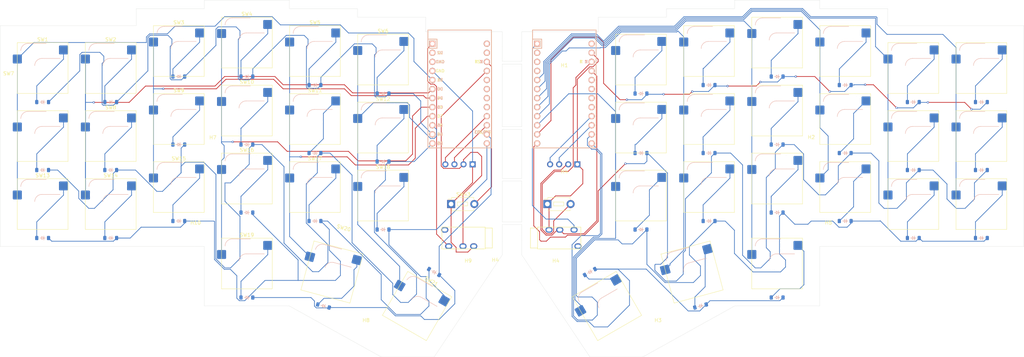
<source format=kicad_pcb>
(kicad_pcb (version 20241229) (generator "pcbnew") (generator_version "9.0")
  (layers (0 "F.Cu" signal) (2 "B.Cu" signal) (13 "F.Paste" user) (15 "B.Paste" user) (5 "F.SilkS" user "F.Silkscreen") (7 "B.SilkS" user "B.Silkscreen") (1 "F.Mask" user) (3 "B.Mask" user) (25 "Edge.Cuts" user))
  (net 0 "")
  (net 1 "ROW0")
  (net 2 "Net-(D1-A)")
  (net 3 "Net-(D2-A)")
  (net 4 "Net-(D3-A)")
  (net 5 "Net-(D4-A)")
  (net 6 "Net-(D5-A)")
  (net 7 "Net-(D6-A)")
  (net 8 "Net-(D7-A)")
  (net 9 "ROW1")
  (net 10 "Net-(D8-A)")
  (net 11 "Net-(D9-A)")
  (net 12 "Net-(D10-A)")
  (net 13 "Net-(D11-A)")
  (net 14 "Net-(D12-A)")
  (net 15 "Net-(D13-A)")
  (net 16 "ROW2")
  (net 17 "Net-(D14-A)")
  (net 18 "Net-(D15-A)")
  (net 19 "Net-(D16-A)")
  (net 20 "Net-(D17-A)")
  (net 21 "Net-(D18-A)")
  (net 22 "Net-(D19-A)")
  (net 23 "ROW3")
  (net 24 "Net-(D20-A)")
  (net 25 "Net-(D21-A)")
  (net 26 "Net-(D22-A)")
  (net 27 "Net-(D23-A)")
  (net 28 "Net-(D24-A)")
  (net 29 "Net-(D25-A)")
  (net 30 "Net-(D26-A)")
  (net 31 "Net-(D27-A)")
  (net 32 "Net-(D28-A)")
  (net 33 "Net-(D29-A)")
  (net 34 "Net-(D30-A)")
  (net 35 "Net-(D31-A)")
  (net 36 "Net-(D32-A)")
  (net 37 "Net-(D33-A)")
  (net 38 "Net-(D34-A)")
  (net 39 "Net-(D35-A)")
  (net 40 "Net-(D36-A)")
  (net 41 "Net-(D37-A)")
  (net 42 "Net-(D38-A)")
  (net 43 "Net-(D39-A)")
  (net 44 "Net-(D40-A)")
  (net 45 "Net-(D41-A)")
  (net 46 "Net-(D42-A)")
  (net 47 "GND")
  (net 48 "SDA")
  (net 49 "SCL")
  (net 50 "VCC")
  (net 51 "COL0")
  (net 52 "COL1")
  (net 53 "COL2")
  (net 54 "COL3")
  (net 55 "COL4")
  (net 56 "COL5")
  (net 58 "SDAR")
  (net 61 "GNDR")
  (net 62 "VCCR")
  (net 69 "ROWR0")
  (net 70 "ROWR1")
  (net 71 "ROWR2")
  (net 72 "ROWR3")
  (net 73 "COLR0")
  (net 74 "COLR1")
  (net 75 "COLR2")
  (net 76 "COLR3")
  (net 77 "COLR4")
  (net 78 "COLR5")
  (net 80 "SCLR")
  (net 82 "TX0")
  (net 85 "TX0R")
  (net 89 "RST")
  (net 90 "RSTR")
  (footprint "ScottoKeebs_Hotswap:Hotswap_MX_1.00u" (layer "F.Cu") (at 185.515404 68.887721)
    (property "Reference" "SW22" (hide yes))
    (property "Value" "SW_Push" (hide yes))
  )
  (footprint "MountingHole:MountingHole_2.2mm_M2" (layer "F.Cu") (at 134.76875 73.65)
    (property "Reference" "H6" (hide yes))
    (property "Value" "MountingHole")
  )
  (footprint "ScottoKeebs_Hotswap:Hotswap_MX_1.00u" (layer "F.Cu") (at 122.8625 137.94375 -30)
    (property "Reference" "SW21")
    (property "Value" "SW_Push")
  )
  (footprint "MountingHole:MountingHole_2.2mm_M2" (layer "F.Cu") (at 137.15 128.41875)
    (property "Reference" "H9")
    (property "Value" "MountingHole")
  )
  (footprint "ScottoKeebs_Hotswap:Hotswap_MX_1.00u" (layer "F.Cu") (at 242.665404 104.606471)
    (property "Reference" "SW37" (hide yes))
    (property "Value" "SW_Push" (hide yes))
  )
  (footprint "MountingHole:MountingHole_2.2mm_M2" (layer "F.Cu") (at 190.277904 145.087721)
    (property "Reference" "H3")
    (property "Value" "MountingHole")
  )
  (footprint "ScottoKeebs_Hotswap:Hotswap_MX_1.00u" (layer "F.Cu") (at 18.0875 71.26875)
    (property "Reference" "SW1")
    (property "Value" "SW_Push")
  )
  (footprint "ScottoKeebs_MCU:Arduino_Pro_Micro" (layer "F.Cu") (at 134.76875 78.4125)
    (property "Reference" "U2" (hide yes))
    (property "Value" "Arduino_Pro_Micro" (hide yes))
  )
  (footprint "MountingHole:MountingHole_2.2mm_M2" (layer "F.Cu") (at 108.575 145.0875)
    (property "Reference" "H8")
    (property "Value" "MountingHole")
  )
  (footprint "ScottoKeebs_Components:TRRS_PJ-320A" (layer "F.Cu") (at 156.590404 118.893971 90)
    (property "Reference" "U4" (hide yes))
    (property "Value" "TRRS" (hide yes))
  )
  (footprint "ScottoKeebs_Hotswap:Hotswap_MX_1.00u" (layer "F.Cu") (at 223.615404 102.225221)
    (property "Reference" "SW36" (hide yes))
    (property "Value" "SW_Push" (hide yes))
  )
  (footprint "ScottoKeebs_Hotswap:Hotswap_MX_1.00u" (layer "F.Cu") (at 204.565404 66.506471)
    (property "Reference" "SW23" (hide yes))
    (property "Value" "SW_Push" (hide yes))
  )
  (footprint "ScottoKeebs_Hotswap:Hotswap_MX_1.00u" (layer "F.Cu") (at 204.565404 104.606471)
    (property "Reference" "SW35" (hide yes))
    (property "Value" "SW_Push" (hide yes))
  )
  (footprint "ScottoKeebs_Hotswap:Hotswap_MX_1.00u" (layer "F.Cu") (at 75.2375 102.225)
    (property "Reference" "SW16")
    (property "Value" "SW_Push")
  )
  (footprint "ScottoKeebs_Hotswap:Hotswap_MX_1.00u" (layer "F.Cu") (at 56.1875 104.60625)
    (property "Reference" "SW15")
    (property "Value" "SW_Push")
  )
  (footprint "ScottoKeebs_Components:Button_MJTP1243" (layer "F.Cu") (at 159.321654 109.368971)
    (property "Reference" "SW44" (hide yes))
    (property "Value" "Switch" (hide yes))
  )
  (footprint "MountingHole:MountingHole_2.2mm_M2" (layer "F.Cu") (at 237.980585 117.727207)
    (property "Reference" "H5")
    (property "Value" "MountingHole")
  )
  (footprint "ScottoKeebs_Hotswap:Hotswap_MX_1.00u" (layer "F.Cu") (at 261.715404 109.368971)
    (property "Reference" "SW38" (hide yes))
    (property "Value" "SW_Push" (hide yes))
  )
  (footprint "ScottoKeebs_Hotswap:Hotswap_MX_1.00u" (layer "F.Cu") (at 56.1875 85.55625)
    (property "Reference" "SW9")
    (property "Value" "SW_Push")
  )
  (footprint "ScottoKeebs_Hotswap:Hotswap_MX_1.00u" (layer "F.Cu") (at 223.615404 83.175221)
    (property "Reference" "SW30" (hide yes))
    (property "Value" "SW_Push" (hide yes))
  )
  (footprint "ScottoKeebs_Hotswap:Hotswap_MX_1.00u" (layer "F.Cu") (at 280.765404 71.268971)
    (property "Reference" "SW27" (hide yes))
    (property "Value" "SW_Push" (hide yes))
  )
  (footprint "ScottoKeebs_Hotswap:Hotswap_MX_1.00u" (layer "F.Cu") (at 261.715404 71.268971)
    (property "Reference" "SW26" (hide yes))
    (property "Value" "SW_Push" (hide yes))
  )
  (footprint "ScottoKeebs_Hotswap:Hotswap_MX_1.00u" (layer "F.Cu") (at 75.2375 64.125)
    (property "Reference" "SW4")
    (property "Value" "SW_Push")
  )
  (footprint "ScottoKeebs_Hotswap:Hotswap_MX_1.00u" (layer "F.Cu") (at 113.3375 106.9875)
    (property "Reference" "SW18")
    (property "Value" "SW_Push")
  )
  (footprint "ScottoKeebs_Hotswap:Hotswap_MX_1.00u" (layer "F.Cu") (at 223.615404 126.037721)
    (property "Reference" "SW42" (hide yes))
    (property "Value" "SW_Push" (hide yes))
  )
  (footprint "MountingHole:MountingHole_2.2mm_M2" (layer "F.Cu") (at 164.084154 73.650221)
    (property "Reference" "H1")
    (property "Value" "MountingHole")
  )
  (footprint "ScottoKeebs_Hotswap:Hotswap_MX_1.00u" (layer "F.Cu") (at 242.665404 85.556471)
    (property "Reference" "SW31" (hide yes))
    (property "Value" "SW_Push" (hide yes))
  )
  (footprint "ScottoKeebs_Hotswap:Hotswap_MX_1.00u" (layer "F.Cu") (at 261.715404 90.318971)
    (property "Reference" "SW32" (hide yes))
    (property "Value" "SW_Push" (hide yes))
  )
  (footprint "ScottoKeebs_Components:TRRS_PJ-320A" (layer "F.Cu") (at 141.9125 118.89375 -90)
    (property "Reference" "U1")
    (property "Value" "TRRS" (hide yes))
  )
  (footprint "ScottoKeebs_Hotswap:Hotswap_MX_1.00u" (layer "F.Cu") (at 175.990404 137.943971 30)
    (property "Reference" "SW40" (hide yes))
    (property "Value" "SW_Push" (hide yes))
  )
  (footprint "ScottoKeebs_Hotswap:Hotswap_MX_1.00u" (layer "F.Cu") (at 280.765404 109.368971)
    (property "Reference" "SW39" (hide yes))
    (property "Value" "SW_Push" (hide yes))
  )
  (footprint "MountingHole:MountingHole_2.2mm_M2" (layer "F.Cu") (at 60.88125 117.76875)
    (property "Reference" "H10")
    (property "Value" "MountingHole")
  )
  (footprint "ScottoKeebs_Hotswap:Hotswap_MX_1.00u" (layer "F.Cu") (at 75.2375 83.175)
    (property "Reference" "SW10")
    (property "Value" "SW_Push")
  )
  (footprint "ScottoKeebs_Hotswap:Hotswap_MX_1.00u" (layer "F.Cu") (at 280.765404 90.318971)
    (property "Reference" "SW33" (hide yes))
    (property "Value" "SW_Push" (hide yes))
  )
  (footprint "ScottoKeebs_Hotswap:Hotswap_MX_1.00u" (layer "F.Cu") (at 37.1375 109.36875)
    (property "Reference" "SW14")
    (property "Value" "SW_Push")
  )
  (footprint "ScottoKeebs_Hotswap:Hotswap_MX_1.00u" (layer "F.Cu") (at 199.802904 128.418971 15)
    (property "Reference" "SW41" (hide yes))
    (property "Value" "SW_Push" (hide yes))
  )
  (footprint "ScottoKeebs_Hotswap:Hotswap_MX_1.00u" (layer "F.Cu") (at 37.1375 90.31875)
    (property "Reference" "SW8")
    (property "Value" "SW_Push")
  )
  (footprint "MountingHole:MountingHole_2.2mm_M2" (layer "F.Cu") (at 164.084154 103.415846)
    (property "Reference" "H4")
    (property "Value" "MountingHole")
  )
  (footprint "ScottoKeebs_Hotswap:Hotswap_MX_1.00u" (layer "F.Cu") (at 204.565404 85.556471)
    (property "Reference" "SW29" (hide yes))
    (property "Value" "SW_Push" (hide yes))
  )
  (footprint "ScottoKeebs_MCU:Arduino_Pro_Micro" (layer "F.Cu") (at 164.084154 78.412721)
    (property "Reference" "U3" (hide yes))
    (property "Value" "Arduino_Pro_Micro" (hide yes))
  )
  (footprint "ScottoKeebs_Hotswap:Hotswap_MX_1.00u" (layer "F.Cu") (at 94.2875 104.60625)
    (property "Reference" "SW17")
    (property "Value" "SW_Push")
  )
  (footprint "ScottoKeebs_Hotswap:Hotswap_MX_1.00u" (layer "F.Cu") (at 113.3375 68.8875)
    (property "Reference" "SW6")
    (property "Value" "SW_Push")
  )
  (footprint "ScottoKeebs_Hotswap:Hotswap_MX_1.00u" (layer "F.Cu") (at 113.3375 87.9375)
    (property "Reference" "SW12")
    (property "Value" "SW_Push")
  )
  (footprint "ScottoKeebs_Hotswap:Hotswap_MX_1.00u" (layer "F.Cu") (at 185.515404 87.937721)
    (property "Reference" "SW28" (hide yes))
    (property "Value" "SW_Push" (hide yes))
  )
  (footprint "MountingHole:MountingHole_2.2mm_M2" (layer "F.Cu") (at 233.176567 93.794411)
    (property "Reference" "H2")
    (property "Value" "MountingHole")
  )
  (footprint "ScottoKeebs_Hotswap:Hotswap_MX_1.00u" (layer "F.Cu") (at 37.1375 71.26875)
    (property "Reference" "SW2")
    (property "Value" "SW_Push")
  )
  (footprint "ScottoKeebs_Hotswap:Hotswap_MX_1.00u" (layer "F.Cu") (at 75.2375 126.0375)
    (property "Reference" "SW19")
    (property "Value" "SW_Push")
  )
  (footprint "ScottoKeebs_Components:OLED_128x32" (layer "F.Cu") (at 157.909154 99.843971 90)
    (property "Reference" "J2" (hide yes))
    (property "Value" "OLED_128x32" (hide yes))
  )
  (footprint "ScottoKeebs_Hotswap:Hotswap_MX_1.00u" (layer "F.Cu") (at 18.0875 90.31875)
    (property "Reference" "SW7")
    (property "Value" "SW_Push")
  )
  (footprint "ScottoKeebs_Hotswap:Hotswap_MX_1.00u" (layer "F.Cu") (at 223.615404 64.125221)
    (property "Reference" "SW24" (hide yes))
    (property "Value" "SW_Push" (hide yes))
  )
  (footprint "MountingHole:MountingHole_2.2mm_M2" (layer "F.Cu") (at 65.7125 93.890625)
    (property "Reference" "H7")
    (property "Value" "MountingHole")
  )
  (footprint "ScottoKeebs_Hotswap:Hotswap_MX_1.00u" (layer "F.Cu") (at 94.2875 85.55625)
    (property "Reference" "SW11")
    (property "Value" "SW_Push")
  )
  (footprint "ScottoKeebs_Components:OLED_128x32" (layer "F.Cu") (at 128.599999 99.84375 90)
    (property "Reference" "J1" (hide yes))
    (property "Value" "OLED_128x32")
  )
  (footprint "ScottoKeebs_Components:Button_MJTP1243" (layer "F.Cu") (at 132.3875 109.36875)
    (property "Reference" "SW43")
    (property "Value" "Switch")
  )
  (footprint "MountingHole:MountingHole_2.2mm_M2" (layer "F.Cu") (at 161.702904 128.418971)
    (property "Reference" "H4")
    (property "Value" "MountingHole")
  )
  (footprint "MountingHole:MountingHole_2.2mm_M2" (layer "F.Cu") (at 134.76875 103.415625)
    (property "Reference" "H4")
    (property "Value" "MountingHole")
  )
  (footprint "ScottoKeebs_Hotswap:Hotswap_MX_1.00u" (layer "F.Cu") (at 18.0875 109.36875)
    (property "Reference" "SW13")
    (property "Value" "SW_Push")
  )
  (footprint "ScottoKeebs_Hotswap:Hotswap_MX_1.00u" (layer "F.Cu") (at 56.1875 66.50625)
    (property "Reference" "SW3")
    (property "Value" "SW_Push")
  )
  (footprint "ScottoKeebs_Hotswap:Hotswap_MX_1.00u" (layer "F.Cu") (at 94.2875 66.50625)
    (property "Reference" "SW5")
    (property "Value" "SW_Push")
  )
  (footprint "ScottoKeebs_Hotswap:Hotswap_MX_1.00u" (layer "F.Cu") (at 242.665404 66.506471)
    (property "Reference" "SW25" (hide yes))
    (property "Value" "SW_Push" (hide yes))
  )
  (footprint "ScottoKeebs_Hotswap:Hotswap_MX_1.00u" (layer "F.Cu") (at 185.515404 106.987721)
    (property "Reference" "SW34" (hide yes))
    (property "Value" "SW_Push" (hide yes))
  )
  (footprint "ScottoKeebs_Hotswap:Hotswap_MX_1.00u" (layer "F.Cu") (at 99.05 128.41875 -15)
    (property "Reference" "SW20")
    (property "Value" "SW_Push")
  )
  (footprint "ScottoKeebs_Components:Diode_SOD-123" (layer "B.Cu") (at 280.765404 99.843971 180)
    (property "Reference" "D33" (hide yes))
    (property "Value" "D" (hide yes))
  )
  (footprint "ScottoKeebs_Components:Diode_SOD-123" (layer "B.Cu") (at 223.615404 111.750221 180)
    (property "Reference" "D36" (hide yes))
    (property "Value" "D" (hide yes))
  )
  (footprint "ScottoKeebs_Components:Diode_SOD-123" (layer "B.Cu") (at 204.565404 76.031471 180)
    (property "Reference" "D23" (hide yes))
    (property "Value" "D" (hide yes))
  )
  (footprint "ScottoKeebs_Components:Diode_SOD-123" (layer "B.Cu") (at 75.2375 92.7 180)
    (property "Reference" "D10" (hide yes))
    (property "Value" "D")
  )
  (footprint "ScottoKeebs_Components:Diode_SOD-123" (layer "B.Cu") (at 18.0875 118.89375 180)
    (property "Reference" "D13" (hide yes))
    (property "Value" "D")
  )
  (footprint "ScottoKeebs_Components:Diode_SOD-123" (layer "B.Cu") (at 261.715404 80.793971 180)
    (property "Reference" "D26" (hide yes))
    (property "Value" "D" (hide yes))
  )
  (footprint "ScottoKeebs_Components:Diode_SOD-123" (layer "B.Cu") (at 171.227904 128.418971 -150)
    (property "Reference" "D40" (hide yes))
    (property "Value" "D" (hide yes))
  )
  (footprint "ScottoKeebs_Components:Diode_SOD-123" (layer "B.Cu") (at 261.715404 118.893971 180)
    (property "Reference" "D38" (hide yes))
    (property "Value" "D" (hide yes))
  )
  (footprint "ScottoKeebs_Components:Diode_SOD-123" (layer "B.Cu") (at 204.565404 95.081471 180)
    (property "Reference" "D29" (hide yes))
    (property "Value" "D" (hide yes))
  )
  (footprint "ScottoKeebs_Components:Diode_SOD-123" (layer "B.Cu") (at 280.765404 118.893971 180)
    (property "Reference" "D39" (hide yes))
    (property "Value" "D" (hide yes))
  )
  (footprint "ScottoKeebs_Components:Diode_SOD-123" (layer "B.Cu") (at 204.565404 114.131471 180)
    (property "Reference" "D35" (hide yes))
    (property "Value" "D" (hide yes))
  )
  (footprint "ScottoKeebs_Components:Diode_SOD-123" (layer "B.Cu") (at 75.2375 111.75 180)
    (property "Reference" "D16" (hide yes))
    (property "Value" "D")
  )
  (footprint "ScottoKeebs_Components:Diode_SOD-123" (layer "B.Cu") (at 223.615404 73.650221 180)
    (property "Reference" "D24" (hide yes))
    (property "Value" "D" (hide yes))
  )
  (footprint "ScottoKeebs_Components:Diode_SOD-123" (layer "B.Cu") (at 185.515404 95.081471 180)
    (property "Reference" "D28" (hide yes))
    (property "Value" "D" (hide yes))
  )
  (footprint "ScottoKeebs_Components:Diode_SOD-123" (layer "B.Cu") (at 37.1375 118.89375 180)
    (property "Reference" "D14" (hide yes))
    (property "Value" "D")
  )
  (footprint "ScottoKeebs_Components:Diode_SOD-123" (layer "B.Cu") (at 113.3375 116.5125 180)
    (property "Reference" "D18" (hide yes))
    (property "Value" "D" (hide yes))
  )
  (footprint "ScottoKeebs_Components:Diode_SOD-123" (layer "B.Cu") (at 96.66875 137.94375 165)
    (property "Reference" "D20" (hide yes))
    (property "Value" "D")
  )
  (footprint "ScottoKeebs_Components:Diode_SOD-123" (layer "B.Cu") (at 18.0875 80.79375 180)
    (property "Reference" "D1" (hide yes))
    (property "Value" "D")
  )
  (footprint "ScottoKeebs_Components:Diode_SOD-123" (layer "B.Cu") (at 94.2875 114.13125 180)
    (property "Reference" "D17" (hide yes))
    (property "Value" "D")
  )
  (footprint "ScottoKeebs_Components:Diode_SOD-123" (layer "B.Cu") (at 127.625 128.41875 150)
    (property "Reference" "D21" (hide yes))
    (property "Value" "D")
  )
  (footprint "ScottoKeebs_Components:Diode_SOD-123" (layer "B.Cu") (at 223.615404 135.562721 180)
    (property "Reference" "D42" (hide yes))
    (property "Value" "D" (hide yes))
  )
  (footprint "ScottoKeebs_Components:Diode_SOD-123" (layer "B.Cu") (at 202.184154 137.943971 -165)
    (property "Reference" "D41" (hide yes))
    (property "Value" "D" (hide yes))
  )
  (footprint "ScottoKeebs_Components:Diode_SOD-123" (layer "B.Cu") (at 56.1875 92.7 180)
    (property "Reference" "D9" (hide yes))
    (property "Value" "D")
  )
  (footprint "ScottoKeebs_Components:Diode_SOD-123" (layer "B.Cu") (at 113.3375 97.4625 180)
    (property "Reference" "D12" (hide yes))
    (property "Value" "D")
  )
  (footprint "ScottoKeebs_Components:Diode_SOD-123" (layer "B.Cu") (at 94.2875 76.03125 180)
    (property "Reference" "D5" (hide yes))
    (property "Value" "D")
  )
  (footprint "ScottoKeebs_Components:Diode_SOD-123" (layer "B.Cu") (at 75.2375 73.65 180)
    (property "Reference" "D4" (hide yes))
    (property "Value" "D")
  )
  (footprint "ScottoKeebs_Components:Diode_SOD-123" (layer "B.Cu") (at 113.3375 78.4125 180)
    (property "Reference" "D6" (hide yes))
    (property "Value" "D")
  )
  (footprint "ScottoKeebs_Components:Diode_SOD-123" (layer "B.Cu") (at 18.0875 99.84375 180)
    (property "Reference" "D7" (hide yes))
    (property "Value" "D")
  )
  (footprint "ScottoKeebs_Components:Diode_SOD-123" (layer "B.Cu") (at 242.665404 95.081471 180)
    (property "Reference" "D31" (hide yes))
    (property "Value" "D" (hide yes))
  )
  (footprint "ScottoKeebs_Components:Diode_SOD-123" (layer "B.Cu") (at 242.665404 114.131471 180)
    (property "Reference" "D37" (hide yes))
    (property "Value" "D" (hide yes))
  )
  (footprint "ScottoKeebs_Components:Diode_SOD-123" (layer "B.Cu") (at 75.2375 135.5625 180)
    (property "Reference" "D19" (hide yes))
    (property "Value" "D")
  )
  (footprint "ScottoKeebs_Components:Diode_SOD-123" (layer "B.Cu") (at 37.1375 99.84375 180)
    (property "Reference" "D8" (hide yes))
    (property "Value" "D")
  )
  (footprint "ScottoKeebs_Components:Diode_SOD-123" (layer "B.Cu") (at 37.1375 80.79375 180)
    (property "Reference" "D2" (hide yes))
    (property "Value" "D")
  )
  (footprint "ScottoKeebs_Components:Diode_SOD-123" (layer "B.Cu") (at 56.1875 114.13125 180)
    (property "Reference" "D15" (hide yes))
    (property "Value" "D")
  )
  (footprint "ScottoKeebs_Components:Diode_SOD-123" (layer "B.Cu") (at 185.515404 78.412721 180)
    (property "Reference" "D22" (hide yes))
    (property "Value" "D" (hide yes))
  )
  (footprint "ScottoKeebs_Components:Diode_SOD-123" (layer "B.Cu") (at 261.715404 99.843971 180)
    (property "Reference" "D32" (hide yes))
    (property "Value" "D" (hide yes))
  )
  (footprint "ScottoKeebs_Components:Diode_SOD-123" (layer "B.Cu") (at 94.2875 95.08125 180)
    (property "Reference" "D11" (hide yes))
    (property "Value" "D" (hide yes))
  )
  (footprint "ScottoKeebs_Components:Diode_SOD-123" (layer "B.Cu") (at 223.615404 92.700221 180)
    (property "Reference" "D30" (hide yes))
    (property "Value" "D" (hide yes))
  )
  (footprint "ScottoKeebs_Components:Diode_SOD-123" (layer "B.Cu") (at 242.665404 76.031471 180)
    (property "Reference" "D25" (hide yes))
    (property "Value" "D" (hide yes))
  )
  (footprint "ScottoKeebs_Components:Diode_SOD-123" (layer "B.Cu") (at 280.765404 80.793971 180)
    (property "Reference" "D27" (hide yes))
    (property "Value" "D" (hide yes))
  )
  (footprint "ScottoKeebs_Components:Diode_SOD-123" (layer "B.Cu") (at 185.515404 116.512721 180)
    (property "Reference" "D34" (hide yes))
    (property "Value" "D" (hide yes))
  )
  (footprint "ScottoKeebs_Components:Diode_SOD-123" (layer "B.Cu") (at 56.1875 73.65 180)
    (property "Reference" "D3" (hide yes))
    (property "Value" "D")
  )
  (gr_line (start 192.659154 54.600221) (end 192.659154 56.981471) (stroke (width 0.05)) (layer "Edge.Cuts"))
  (gr_line (start 254.571654 59.362721) (end 254.571654 54.600221) (stroke (width 0.05)) (layer "Edge.Cuts"))
  (gr_line (start 106.19375 56.98125) (end 125.24375 56.98125) (stroke (width 0.05)) (layer "Edge.Cuts"))
  (gr_line (start 152.1782 114.375) (end 146.675 114.375) (stroke (width 0.05)) (layer "Edge.Cuts"))
  (gr_line (start 146.675 87.6875) (end 152.177904 87.6875) (stroke (width 0.05)) (layer "Edge.Cuts"))
  (gr_line (start 173.609154 56.981471) (end 173.609154 61.062721) (stroke (width 0.05)) (layer "Edge.Cuts"))
  (gr_line (start 127.625 152.23125) (end 112.861249 152.23125) (stroke (width 0.05)) (layer "Edge.Cuts"))
  (gr_line (start 63.33125 54.6) (end 63.33125 52.21875) (stroke (width 0.05)) (layer "Edge.Cuts"))
  (gr_line (start 152.1782 119.5431) (end 152.177904 123.656471) (stroke (width 0.05)) (layer "Edge.Cuts"))
  (gr_line (start 192.659154 56.981471) (end 173.609154 56.981471) (stroke (width 0.05)) (layer "Edge.Cuts"))
  (gr_line (start 146.675 65.19375) (end 146.675 68.625) (stroke (width 0.05)) (layer "Edge.Cuts"))
  (gr_line (start 211.709154 54.600221) (end 192.659154 54.600221) (stroke (width 0.05)) (layer "Edge.Cuts"))
  (gr_line (start 146.675 70.15) (end 146.675 87.6875) (stroke (width 0.05)) (layer "Edge.Cuts"))
  (gr_line (start 235.521654 52.218971) (end 211.709154 52.218971) (stroke (width 0.05)) (layer "Edge.Cuts"))
  (gr_line (start 152.17822 115.1375) (end 152.1782 117.425) (stroke (width 0.05)) (layer "Edge.Cuts"))
  (gr_line (start 237.902904 121.275221) (end 235.521654 121.275221) (stroke (width 0.05)) (layer "Edge.Cuts"))
  (gr_line (start 146.6782 117.425) (end 146.6782 115.1375) (stroke (width 0.05)) (layer "Edge.Cuts"))
  (gr_line (start 152.177904 88.45) (end 152.177904 102.175) (stroke (width 0.05)) (layer "Edge.Cuts"))
  (gr_line (start 146.675 69.3875) (end 152.177904 69.3875) (stroke (width 0.05)) (layer "Edge.Cuts"))
  (gr_line (start 211.709154 52.218971) (end 211.709154 54.600221) (stroke (width 0.05)) (layer "Edge.Cuts"))
  (gr_line (start 87.14375 137.94375) (end 108.575 149.85) (stroke (width 0.05)) (layer "Edge.Cuts"))
  (gr_line (start 146.675 88.45) (end 152.177904 88.45) (stroke (width 0.05)) (layer "Edge.Cuts"))
  (gr_line (start 146.675 62.7256) (end 146.675 65.19375) (stroke (width 0.05)) (layer "Edge.Cuts"))
  (gr_line (start 125.24375 56.98125) (end 125.24375 61.0625) (stroke (width 0.05)) (layer "Edge.Cuts"))
  (gr_line (start 60.95 121.275) (end 63.33125 121.275) (stroke (width 0.05)) (layer "Edge.Cuts"))
  (gr_line (start 146.675 61.74375) (end 146.675 62.7256) (stroke (width 0.05)) (layer "Edge.Cuts"))
  (gr_line (start 146.6782 119.9131) (end 146.6782 117.80625) (stroke (width 0.05)) (layer "Edge.Cuts"))
  (gr_line (start 190.277904 149.850221) (end 185.991655 152.231471) (stroke (width 0.05)) (layer "Edge.Cuts"))
  (gr_line (start 6.18125 121.275) (end 60.95 121.275) (stroke (width 0.05)) (layer "Edge.Cuts"))
  (gr_line (start 152.1782 119.5431) (end 152.1782 118.1875) (stroke (width 0.05)) (layer "Edge.Cuts"))
  (gr_line (start 125.24375 61.0625) (end 146.675 61.0625) (stroke (width 0.05)) (layer "Edge.Cuts"))
  (gr_line (start 146.675 102.9375) (end 146.675 114.375) (stroke (width 0.05)) (layer "Edge.Cuts"))
  (gr_line (start 211.709154 137.943971) (end 190.277904 149.850221) (stroke (width 0.05)) (layer "Edge.Cuts"))
  (gr_line (start 146.675 123.65625) (end 146.6782 119.9131) (stroke (width 0.05)) (layer "Edge.Cuts"))
  (gr_line (start 63.33125 137.94375) (end 87.14375 137.94375) (stroke (width 0.05)) (layer "Edge.Cuts"))
  (gr_line (start 171.227904 152.231471) (end 152.177904 123.656471) (stroke (width 0.05)) (layer "Edge.Cuts"))
  (gr_line (start 152.177904 102.9375) (end 152.1782 114.375) (stroke (width 0.05)) (layer "Edge.Cuts"))
  (gr_line (start 152.177904 102.9375) (end 146.675 102.9375) (stroke (width 0.05)) (layer "Edge.Cuts"))
  (gr_line (start 127.625 152.23125) (end 146.675 123.65625) (stroke (width 0.05)) (layer "Edge.Cuts"))
  (gr_line (start 146.675 70.15) (end 152.177904 70.15) (stroke (width 0.05)) (layer "Edge.Cuts"))
  (gr_line (start 254.571654 59.362721) (end 292.671654 59.362721) (stroke (width 0.05)) (layer "Edge.Cuts"))
  (gr_line (start 44.28125 59.3625) (end 6.18125 59.3625) (stroke (width 0.05)) (layer "Edge.Cuts"))
  (gr_line (start 146.675 68.625) (end 146.675 69.3875) (stroke (width 0.05)) (layer "Edge.Cuts"))
  (gr_line (start 146.675 61.74375) (end 146.675 61.0625) (stroke (width 0.05)) (layer "Edge.Cuts"))
  (gr_line (start 152.177904 65.19375) (end 152.177904 69.3875) (stroke (width 0.05)) (layer "Edge.Cuts"))
  (gr_line (start 108.575 149.85) (end 112.861249 152.23125) (stroke (width 0.05)) (layer "Edge.Cuts"))
  (gr_line (start 87.14375 54.6) (end 106.19375 54.6) (stroke (width 0.05)) (layer "Edge.Cuts"))
  (gr_line (start 6.18125 59.3625) (end 6.18125 121.275) (stroke (width 0.05)) (layer "Edge.Cuts"))
  (gr_line (start 63.33125 121.275) (end 63.33125 137.94375) (stroke (width 0.05)) (layer "Edge.Cuts"))
  (gr_line (start 44.28125 54.6) (end 63.33125 54.6) (stroke (width 0.05)) (layer "Edge.Cuts"))
  (gr_line (start 146.6782 115.1375) (end 152.17822 115.1375) (stroke (width 0.05)) (layer "Edge.Cuts"))
  (gr_line (start 292.671654 59.362721) (end 292.671654 121.275221) (stroke (width 0.05)) (layer "Edge.Cuts"))
  (gr_line (start 146.675 102.175) (end 152.177904 102.175) (stroke (width 0.05)) (layer "Edge.Cuts"))
  (gr_line (start 152.1782 118.1875) (end 152.1782 117.425) (stroke (width 0.05)) (layer "Edge.Cuts"))
  (gr_line (start 173.609154 61.062721) (end 152.177904 61.062721) (stroke (width 0.05)) (layer "Edge.Cuts"))
  (gr_line (start 106.19375 54.6) (end 106.19375 56.98125) (stroke (width 0.05)) (layer "Edge.Cuts"))
  (gr_line (start 152.177904 61.062721) (end 152.177904 65.19375) (stroke (width 0.05)) (layer "Edge.Cuts"))
  (gr_line (start 146.6782 117.80625) (end 146.6782 117.425) (stroke (width 0.05)) (layer "Edge.Cuts"))
  (gr_line (start 171.227904 152.231471) (end 185.991655 152.231471) (stroke (width 0.05)) (layer "Edge.Cuts"))
  (gr_line (start 63.33125 52.21875) (end 87.14375 52.21875) (stroke (width 0.05)) (layer "Edge.Cuts"))
  (gr_line (start 87.14375 52.21875) (end 87.14375 54.6) (stroke (width 0.05)) (layer "Edge.Cuts"))
  (gr_line (start 44.28125 59.3625) (end 44.28125 54.6) (stroke (width 0.05)) (layer "Edge.Cuts"))
  (gr_line (start 292.671654 121.275221) (end 237.902904 121.275221) (stroke (width 0.05)) (layer "Edge.Cuts"))
  (gr_line (start 152.177904 70.15) (end 152.177904 87.6875) (stroke (width 0.05)) (layer "Edge.Cuts"))
  (gr_line (start 146.675 88.45) (end 146.675 102.175) (stroke (width 0.05)) (layer "Edge.Cuts"))
  (gr_line (start 235.521654 121.275221) (end 235.521654 137.943971) (stroke (width 0.05)) (layer "Edge.Cuts"))
  (gr_line (start 235.521654 54.600221) (end 235.521654 52.218971) (stroke (width 0.05)) (layer "Edge.Cuts"))
  (gr_line (start 235.521654 137.943971) (end 211.709154 137.943971) (stroke (width 0.05)) (layer "Edge.Cuts"))
  (gr_line (start 254.571654 54.600221) (end 235.521654 54.600221) (stroke (width 0.05)) (layer "Edge.Cuts"))
  (segment (start 48.16734 62.09025) (end 53.154565 62.09025) (width 0.2) (layer "B.Cu") (net 1))
  (segment (start 110.9365 67.591565) (end 110.9365 79.01161) (width 0.2) (layer "B.Cu") (net 1))
  (segment (start 19.7375 80.79375) (end 28.4765 72.05475) (width 0.2) (layer "B.Cu") (net 1))
  (segment (start 47.5265 72.05475) (end 47.5265 62.73109) (width 0.2) (layer "B.Cu") (net 1))
  (segment (start 76.8875 73.65) (end 76.8875 71.47009) (width 0.2) (layer "B.Cu") (net 1))
  (segment (start 29.11734 66.85275) (end 34.104565 66.85275) (width 0.2) (layer "B.Cu") (net 1))
  (segment (start 66.5765 60.34984) (end 67.21734 59.709) (width 0.2) (layer "B.Cu") (net 1))
  (segment (start 95.9375 73.85134) (end 105.31734 64.4715) (width 0.2) (layer "B.Cu") (net 1))
  (segment (start 95.9375 76.03125) (end 95.9375 73.85134) (width 0.2) (layer "B.Cu") (net 1))
  (segment (start 91.8865 65.210315) (end 91.8865 76.63036) (width 0.2) (layer "B.Cu") (net 1))
  (segment (start 66.5765 64.911) (end 66.5765 60.34984) (width 0.2) (layer "B.Cu") (net 1))
  (segment (start 91.8865 76.63036) (end 92.18839 76.93225) (width 0.2) (layer "B.Cu") (net 1))
  (segment (start 73.3035 60.807935) (end 73.3035 62.712826) (width 0.2) (layer "B.Cu") (net 1))
  (segment (start 47.5265 62.73109) (end 48.16734 62.09025) (width 0.2) (layer "B.Cu") (net 1))
  (segment (start 73.3035 62.712826) (end 72.8365 63.179826) (width 0.2) (layer "B.Cu") (net 1))
  (segment (start 92.18839 76.93225) (end 95.0365 76.93225) (width 0.2) (layer "B.Cu") (net 1))
  (segment (start 28.4765 72.05475) (end 28.4765 67.49359) (width 0.2) (layer "B.Cu") (net 1))
  (segment (start 54.2535 64.743315) (end 53.7865 65.210315) (width 0.2) (layer "B.Cu") (net 1))
  (segment (start 57.8375 73.65) (end 66.5765 64.911) (width 0.2) (layer "B.Cu") (net 1))
  (segment (start 86.26734 62.09025) (end 91.254565 62.09025) (width 0.2) (layer "B.Cu") (net 1))
  (segment (start 95.0365 76.93225) (end 95.9375 76.03125) (width 0.2) (layer "B.Cu") (net 1))
  (segment (start 28.4765 67.49359) (end 29.11734 66.85275) (width 0.2) (layer "B.Cu") (net 1))
  (segment (start 123.8875 80.50625) (end 123.8875 86.58125) (width 0.2) (layer "B.Cu") (net 1))
  (segment (start 34.104565 66.85275) (end 35.2035 67.951685) (width 0.2) (layer "B.Cu") (net 1))
  (segment (start 54.08839 74.551) (end 56.9365 74.551) (width 0.2) (layer "B.Cu") (net 1))
  (segment (start 111.23839 79.3135) (end 114.0865 79.3135) (width 0.2) (layer "B.Cu") (net 1))
  (segment (start 34.7365 69.972815) (end 34.7365 81.39286) (width 0.2) (layer "B.Cu") (net 1))
  (segment (start 92.3535 63.189185) (end 92.3535 64.743315) (width 0.2) (layer "B.Cu") (net 1))
  (segment (start 73.13839 74.551) (end 75.9865 74.551) (width 0.2) (layer "B.Cu") (net 1))
  (segment (start 38.7875 80.79375) (end 47.5265 72.05475) (width 0.2) (layer "B.Cu") (net 1))
  (segment (start 92.3535 64.743315) (end 91.8865 65.210315) (width 0.2) (layer "B.Cu") (net 1))
  (segment (start 114.0865 79.3135) (end 114.9875 78.4125) (width 0.2) (layer "B.Cu") (net 1))
  (segment (start 110.304565 64.4715) (end 111.4035 65.570435) (width 0.2) (layer "B.Cu") (net 1))
  (segment (start 72.204565 59.709) (end 73.3035 60.807935) (width 0.2) (layer "B.Cu") (net 1))
  (segment (start 53.7865 74.24911) (end 54.08839 74.551) (width 0.2) (layer "B.Cu") (net 1))
  (segment (start 67.21734 59.709) (end 72.204565 59.709) (width 0.2) (layer "B.Cu") (net 1))
  (segment (start 53.7865 65.210315) (end 53.7865 74.24911) (width 0.2) (layer "B.Cu") (net 1))
  (segment (start 56.9365 74.551) (end 57.8375 73.65) (width 0.2) (layer "B.Cu") (net 1))
  (segment (start 91.254565 62.09025) (end 92.3535 63.189185) (width 0.2) (layer "B.Cu") (net 1))
  (segment (start 111.4035 65.570435) (end 111.4035 67.124565) (width 0.2) (layer "B.Cu") (net 1))
  (segment (start 72.8365 74.24911) (end 73.13839 74.551) (width 0.2) (layer "B.Cu") (net 1))
  (segment (start 54.2535 63.189185) (end 54.2535 64.743315) (width 0.2) (layer "B.Cu") (net 1))
  (segment (start 72.8365 63.179826) (end 72.8365 74.24911) (width 0.2) (layer "B.Cu") (net 1))
  (segment (start 37.8865 81.69475) (end 38.7875 80.79375) (width 0.2) (layer "B.Cu") (net 1))
  (segment (start 35.2035 67.951685) (end 35.2035 69.505815) (width 0.2) (layer "B.Cu") (net 1))
  (segment (start 35.2035 69.505815) (end 34.7365 69.972815) (width 0.2) (layer "B.Cu") (net 1))
  (segment (start 121.79375 78.4125) (end 123.8875 80.50625) (width 0.2) (layer "B.Cu") (net 1))
  (segment (start 53.154565 62.09025) (end 54.2535 63.189185) (width 0.2) (layer "B.Cu") (net 1))
  (segment (start 76.8875 71.47009) (end 86.26734 62.09025) (width 0.2) (layer "B.Cu") (net 1))
  (segment (start 123.8875 86.58125) (end 127.14875 89.8425) (width 0.2) (layer "B.Cu") (net 1))
  (segment (start 110.9365 79.01161) (end 111.23839 79.3135) (width 0.2) (layer "B.Cu") (net 1))
  (segment (start 111.4035 67.124565) (end 110.9365 67.591565) (width 0.2) (layer "B.Cu") (net 1))
  (segment (start 114.9875 78.4125) (end 121.79375 78.4125) (width 0.2) (layer "B.Cu") (net 1))
  (segment (start 35.03839 81.69475) (end 37.8865 81.69475) (width 0.2) (layer "B.Cu") (net 1))
  (segment (start 75.9865 74.551) (end 76.8875 73.65) (width 0.2) (layer "B.Cu") (net 1))
  (segment (start 105.31734 64.4715) (end 110.304565 64.4715) (width 0.2) (layer "B.Cu") (net 1))
  (segment (start 34.7365 81.39286) (end 35.03839 81.69475) (width 0.2) (layer "B.Cu") (net 1))
  (segment (start 16.4375 76.264924) (end 23.9295 68.772924) (width 0.2) (layer "B.Cu") (net 2))
  (segment (start 23.9295 68.772924) (end 23.9295 66.18875) (width 0.2) (layer "B.Cu") (net 2))
  (segment (start 16.4375 80.79375) (end 16.4375 76.264924) (width 0.2) (layer "B.Cu") (net 2))
  (segment (start 35.4875 80.79375) (end 35.4875 76.264924) (width 0.2) (layer "B.Cu") (net 3))
  (segment (start 42.9795 68.772924) (end 42.9795 66.18875) (width 0.2) (layer "B.Cu") (net 3))
  (segment (start 35.4875 76.264924) (end 42.9795 68.772924) (width 0.2) (layer "B.Cu") (net 3))
  (segment (start 54.5375 73.65) (end 54.5375 71.502424) (width 0.2) (layer "B.Cu") (net 4))
  (segment (start 54.5375 71.502424) (end 62.0295 64.010424) (width 0.2) (layer "B.Cu") (net 4))
  (segment (start 62.0295 64.010424) (end 62.0295 61.42625) (width 0.2) (layer "B.Cu") (net 4))
  (segment (start 81.0795 61.629174) (end 81.0795 59.045) (width 0.2) (layer "B.Cu") (net 5))
  (segment (start 73.5875 73.65) (end 73.5875 69.121174) (width 0.2) (layer "B.Cu") (net 5))
  (segment (start 73.5875 69.121174) (end 81.0795 61.629174) (width 0.2) (layer "B.Cu") (net 5))
  (segment (start 92.6375 76.03125) (end 92.6375 71.502424) (width 0.2) (layer "B.Cu") (net 6))
  (segment (start 100.1295 64.010424) (end 100.1295 61.42625) (width 0.2) (layer "B.Cu") (net 6))
  (segment (start 92.6375 71.502424) (end 100.1295 64.010424) (width 0.2) (layer "B.Cu") (net 6))
  (segment (start 119.1795 66.391674) (end 119.1795 63.8075) (width 0.2) (layer "B.Cu") (net 7))
  (segment (start 111.6875 78.4125) (end 111.6875 73.883674) (width 0.2) (layer "B.Cu") (net 7))
  (segment (start 111.6875 73.883674) (end 119.1795 66.391674) (width 0.2) (layer "B.Cu") (net 7))
  (segment (start 16.4375 95.314924) (end 23.9295 87.822924) (width 0.2) (layer "B.Cu") (net 8))
  (segment (start 16.4375 99.84375) (end 16.4375 95.314924) (width 0.2) (layer "B.Cu") (net 8))
  (segment (start 23.9295 87.822924) (end 23.9295 85.23875) (width 0.2) (layer "B.Cu") (net 8))
  (segment (start 70.665326 103.451) (end 75.9015 98.214826) (width 0.2) (layer "B.Cu") (net 9))
  (segment (start 98.49566 95.08125) (end 104.6765 101.26209) (width 0.2) (layer "B.Cu") (net 9))
  (segment (start 75.9015 98.214826) (end 75.9015 93.686) (width 0.2) (layer "B.Cu") (net 9))
  (segment (start 19.7375 99.84375) (end 22.29566 99.84375) (width 0.2) (layer "B.Cu") (net 9))
  (segment (start 95.329537 128.329949) (end 97.903223 125.756263) (width 0.2) (layer "B.Cu") (net 9))
  (segment (start 66.5765 101.0625) (end 66.5765 124.73266) (width 0.2) (layer "B.Cu") (net 9))
  (segment (start 104.6765 120.214845) (end 116.055317 131.593662) (width 0.2) (layer "B.Cu") (net 9))
  (segment (start 94.9515 100.617434) (end 94.9515 96.06725) (width 0.2) (layer "B.Cu") (net 9))
  (segment (start 31.00734 110.59475) (end 32.565326 110.59475) (width 0.2) (layer "B.Cu") (net 9))
  (segment (start 44.06884 99.84375) (end 50.05734 105.83225) (width 0.2) (layer "B.Cu") (net 9))
  (segment (start 66.5765 124.73266) (end 69.10734 127.2635) (width 0.2) (layer "B.Cu") (net 9))
  (segment (start 22.29566 99.84375) (end 28.19375 105.74184) (width 0.2) (layer "B.Cu") (net 9))
  (segment (start 73.3035 112.81611) (end 69.10734 108.61995) (width 0.2) (layer "B.Cu") (net 9))
  (segment (start 56.8515 100.596076) (end 56.8515 93.686) (width 0.2) (layer "B.Cu") (net 9))
  (segment (start 97.903223 120.747083) (end 91.8625 114.70636) (width 0.2) (layer "B.Cu") (net 9))
  (segment (start 97.903223 125.756263) (end 97.903223 120.747083) (width 0.2) (layer "B.Cu") (net 9))
  (segment (start 122.708943 134.616111) (end 122.708943 129.076043) (width 0.2) (layer "B.Cu") (net 9))
  (segment (start 122.06875 97.4625) (end 127.14875 92.3825) (width 0.2) (layer "B.Cu") (net 9))
  (segment (start 32.565326 110.59475) (end 37.8015 105.358576) (width 0.2) (layer "B.Cu") (net 9))
  (segment (start 28.19375 107.78116) (end 31.00734 110.59475) (width 0.2) (layer "B.Cu") (net 9))
  (segment (start 122.708943 129.076043) (end 110.925 117.2921) (width 0.2) (layer "B.Cu") (net 9))
  (segment (start 37.8015 100.82975) (end 38.7875 99.84375) (width 0.2) (layer "B.Cu") (net 9))
  (segment (start 91.8625 114.70636) (end 91.8625 103.706434) (width 0.2) (layer "B.Cu") (net 9))
  (segment (start 73.3035 124.625326) (end 73.3035 112.81611) (width 0.2) (layer "B.Cu") (net 9))
  (segment (start 116.055317 131.593662) (end 116.055317 134.729802) (width 0.2) (layer "B.Cu") (net 9))
  (segment (start 114.0015 98.4485) (end 114.9875 97.4625) (width 0.2) (layer "B.Cu") (net 9))
  (segment (start 104.6765 101.26209) (end 104.6765 120.214845) (width 0.2) (layer "B.Cu") (net 9))
  (segment (start 91.8625 103.706434) (end 94.9515 100.617434) (width 0.2) (layer "B.Cu") (net 9))
  (segment (start 51.615326 105.83225) (end 56.8515 100.596076) (width 0.2) (layer "B.Cu") (net 9))
  (segment (start 116.055317 134.729802) (end 118.256765 136.93125) (width 0.2) (layer "B.Cu") (net 9))
  (segment (start 75.9015 93.686) (end 76.8875 92.7) (width 0.2) (layer "B.Cu") (net 9))
  (segment (start 110.925 117.2921) (end 110.925 105.703065) (width 0.2) (layer "B.Cu") (net 9))
  (segment (start 120.393804 136.93125) (end 122.708943 134.616111) (width 0.2) (layer "B.Cu") (net 9))
  (segment (start 37.8015 105.358576) (end 37.8015 100.82975) (width 0.2) (layer "B.Cu") (net 9))
  (segment (start 85.6265 120.321178) (end 93.635271 128.329949) (width 0.2) (layer "B.Cu") (net 9))
  (segment (start 70.665326 127.2635) (end 73.3035 124.625326) (width 0.2) (layer "B.Cu") (net 9))
  (segment (start 76.8875 92.7) (end 79.44566 92.7) (width 0.2) (layer "B.Cu") (net 9))
  (segment (start 56.8515 98.749185) (end 57.950435 97.65025) (width 0.2) (layer "B.Cu") (net 9))
  (segment (start 28.19375 105.74184) (end 28.19375 107.78116) (width 0.2) (layer "B.Cu") (net 9))
  (segment (start 94.9515 96.06725) (end 95.9375 95.08125) (width 0.2) (layer "B.Cu") (net 9))
  (segment (start 85.6265 98.88084) (end 85.6265 120.321178) (width 0.2) (layer "B.Cu") (net 9))
  (segment (start 118.256765 136.93125) (end 120.393804 136.93125) (width 0.2) (layer "B.Cu") (net 9))
  (segment (start 69.10734 127.2635) (end 70.665326 127.2635) (width 0.2) (layer "B.Cu") (net 9))
  (segment (start 56.8515 93.686) (end 57.8375 92.7) (width 0.2) (layer "B.Cu") (net 9))
  (segment (start 114.0015 102.626565) (end 114.0015 98.4485) (width 0.2) (layer "B.Cu") (net 9))
  (segment (start 56.8515 100.596076) (end 56.8515 98.749185) (width 0.2) (layer "B.Cu") (net 9))
  (segment (start 114.9875 97.4625) (end 122.06875 97.4625) (width 0.2) (layer "B.Cu") (net 9))
  (segment (start 93.635271 128.329949) (end 95.329537 128.329949) (width 0.2) (layer "B.Cu") (net 9))
  (segment (start 79.44566 92.7) (end 85.6265 98.88084) (width 0.2) (layer "B.Cu") (net 9))
  (segment (start 57.950435 97.65025) (end 63.16425 97.65025) (width 0.2) (layer "B.Cu") (net 9))
  (segment (start 110.925 105.703065) (end 114.0015 102.626565) (width 0.2) (layer "B.Cu") (net 9))
  (segment (start 95.9375 95.08125) (end 98.49566 95.08125) (width 0.2) (layer "B.Cu") (net 9))
  (segment (start 38.7875 99.84375) (end 44.06884 99.84375) (width 0.2) (layer "B.Cu") (net 9))
  (segment (start 63.16425 97.65025) (end 66.5765 101.0625) (width 0.2) (layer "B.Cu") (net 9))
  (segment (start 50.05734 105.83225) (end 51.615326 105.83225) (width 0.2) (layer "B.Cu") (net 9))
  (segment (start 69.10734 103.451) (end 70.665326 103.451) (width 0.2) (layer "B.Cu") (net 9))
  (segment (start 69.10734 108.61995) (end 69.10734 103.451) (width 0.2) (layer "B.Cu") (net 9))
  (segment (start 35.4875 99.84375) (end 35.4875 95.314924) (width 0.2) (layer "B.Cu") (net 10))
  (segment (start 35.4875 95.314924) (end 42.9795 87.822924) (width 0.2) (layer "B.Cu") (net 10))
  (segment (start 42.9795 87.822924) (end 42.9795 85.23875) (width 0.2) (layer "B.Cu") (net 10))
  (segment (start 54.5375 90.552424) (end 62.0295 83.060424) (width 0.2) (layer "B.Cu") (net 11))
  (segment (start 54.5375 92.7) (end 54.5375 90.552424) (width 0.2) (layer "B.Cu") (net 11))
  (segment (start 62.0295 83.060424) (end 62.0295 80.47625) (width 0.2) (layer "B.Cu") (net 11))
  (segment (start 81.0795 80.657816) (end 81.0795 78.095) (width 0.2) (layer "B.Cu") (net 12))
  (segment (start 73.5875 92.7) (end 73.5875 88.15625) (width 0.2) (layer "B.Cu") (net 12))
  (segment (start 73.606066 88.13125) (end 81.0795 80.657816) (width 0.2) (layer "B.Cu") (net 12))
  (segment (start 73.5625 88.13125) (end 73.606066 88.13125) (width 0.2) (layer "B.Cu") (net 12))
  (segment (start 73.5875 88.15625) (end 73.5625 88.13125) (width 0.2) (layer "B.Cu") (net 12))
  (segment (start 92.6375 95.08125) (end 96.6385 91.08025) (width 0.2) (layer "B.Cu") (net 13))
  (segment (start 96.6385 91.08025) (end 96.6385 83.96725) (width 0.2) (layer "B.Cu") (net 13))
  (segment (start 96.6385 83.96725) (end 100.1295 80.47625) (width 0.2) (layer "B.Cu") (net 13))
  (segment (start 111.6875 97.4625) (end 111.6875 92.933674) (width 0.2) (layer "B.Cu") (net 14))
  (segment (start 119.1795 85.441674) (end 119.1795 82.8575) (width 0.2) (layer "B.Cu") (net 14))
  (segment (start 111.6875 92.933674) (end 119.1795 85.441674) (width 0.2) (layer "B.Cu") (net 14))
  (segment (start 16.4375 118.89375) (end 16.4375 114.364924) (width 0.2) (layer "B.Cu") (net 15))
  (segment (start 16.4375 114.364924) (end 23.9295 106.872924) (width 0.2) (layer "B.Cu") (net 15))
  (segment (start 23.9295 106.872924) (end 23.9295 104.28875) (width 0.2) (layer "B.Cu") (net 15))
  (segment (start 56.6875 115.8625) (end 57.8375 114.7125) (width 0.2) (layer "B.Cu") (net 16))
  (segment (start 123.836316 140.29475) (end 126.175 137.956066) (width 0.2) (layer "B.Cu") (net 16))
  (segment (start 98.304223 116.497973) (end 95.9375 114.13125) (width 0.2) (layer "B.Cu") (net 16))
  (segment (start 112.83125 136.16875) (end 116.95725 140.29475) (width 0.2) (layer "B.Cu") (net 16))
  (segment (start 128.29375 116.5125) (end 142.38875 102.4175) (width 0.2) (layer "B.Cu") (net 16))
  (segment (start 114.9875 120.7875) (end 123.8875 129.6875) (width 0.2) (layer "B.Cu") (net 16))
  (segment (start 72.41875 129.454) (end 72.41875 135.74386) (width 0.2) (layer "B.Cu") (net 16))
  (segment (start 57.8375 114.7125) (end 57.8375 114.13125) (width 0.2) (layer "B.Cu") (net 16))
  (segment (start 42.6 118.89375) (end 45.63125 115.8625) (width 0.2) (layer "B.Cu") (net 16))
  (segment (start 125.4125 135.7875) (end 125.4125 129.6875) (width 0.2) (layer "B.Cu") (net 16))
  (segment (start 57.8375 114.13125) (end 66.0125 114.13125) (width 0.2) (layer "B.Cu") (net 16))
  (segment (start 114.9875 120.7875) (end 114.9875 116.5125) (width 0.2) (layer "B.Cu") (net 16))
  (segment (start 142.38875 102.4175) (end 142.38875 92.3825) (width 0.2) (layer "B.Cu") (net 16))
  (segment (start 112.83125 129.114774) (end 112.83125 136.16875) (width 0.2) (layer "B.Cu") (net 16))
  (segment (start 114.9875 116.5125) (end 128.29375 116.5125) (width 0.2) (layer "B.Cu") (net 16))
  (segment (start 98.304223 122.308283) (end 98.304223 116.497973) (width 0.2) (layer "B.Cu") (net 16))
  (segment (start 100.023816 130.76975) (end 101.401 129.392566) (width 0.2) (layer "B.Cu") (net 16))
  (segment (start 126.175 136.55) (end 125.4125 135.7875) (width 0.2) (layer "B.Cu") (net 16))
  (segment (start 74.63639 136.4635) (end 80.33014 130.76975) (width 0.2) (layer "B.Cu") (net 16))
  (segment (start 66.0125 114.13125) (end 66.1755 114.29425) (width 0.2) (layer "B.Cu") (net 16))
  (segment (start 101.401 125.40506) (end 98.304223 122.308283) (width 0.2) (layer "B.Cu") (net 16))
  (segment (start 19.7375 118.89375) (end 20.6385 119.79475) (width 0.2) (layer "B.Cu") (net 16))
  (segment (start 45.63125 115.8625) (end 56.6875 115.8625) (width 0.2) (layer "B.Cu") (net 16))
  (segment (start 76.8875 112.35) (end 89.575 125.0375) (width 0.2) (layer "B.Cu") (net 16))
  (segment (start 72.41875 135.74386) (end 73.13839 136.4635) (width 0.2) (layer "B.Cu") (net 16))
  (segment (start 66.1755 114.29425) (end 66.1755 124.89876) (width 0.2) (layer "B.Cu") (net 16))
  (segment (start 89.575 125.0375) (end 89.575 130.76975) (width 0.2) (layer "B.Cu") (net 16))
  (segment (start 126.175 137.956066) (end 126.175 136.55) (width 0.2) (layer "B.Cu") (net 16))
  (segment (start 89.575 130.76975) (end 100.023816 130.76975) (width 0.2) (layer "B.Cu") (net 16))
  (segment (start 73.13839 136.4635) (end 74.63639 136.4635) (width 0.2) (layer "B.Cu") (net 16))
  (segment (start 80.33014 130.76975) (end 89.575 130.76975) (width 0.2) (layer "B.Cu") (net 16))
  (segment (start 101.401 129.392566) (end 101.401 125.40506) (width 0.2) (layer "B.Cu") (net 16))
  (segment (start 66.1755 124.89876) (end 68.94124 127.6645) (width 0.2) (layer "B.Cu") (net 16))
  (segment (start 70.62925 127.6645) (end 72.41875 129.454) (width 0.2) (layer "B.Cu") (net 16))
  (segment (start 37.8865 119.79475) (end 38.7875 118.89375) (width 0.2) (layer "B.Cu") (net 16))
  (segment (start 68.94124 127.6645) (end 70.62925 127.6645) (width 0.2) (layer "B.Cu") (net 16))
  (segment (start 95.9375 114.13125) (end 97.847726 114.13125) (width 0.2) (layer "B.Cu") (net 16))
  (segment (start 76.8875 111.75) (end 76.8875 112.35) (width 0.2) (layer "B.Cu") (net 16))
  (segment (start 125.4125 129.6875) (end 123.8875 129.6875) (width 0.2) (layer "B.Cu") (net 16))
  (segment (start 116.95725 140.29475) (end 123.836316 140.29475) (width 0.2) (layer "B.Cu") (net 16))
  (segment (start 97.847726 114.13125) (end 112.83125 129.114774) (width 0.2) (layer "B.Cu") (net 16))
  (segment (start 38.7875 118.89375) (end 42.6 118.89375) (width 0.2) (layer "B.Cu") (net 16))
  (segment (start 20.6385 119.79475) (end 37.8865 119.79475) (width 0.2) (layer "B.Cu") (net 16))
  (segment (start 35.4875 114.364924) (end 42.9795 106.872924) (width 0.2) (layer "B.Cu") (net 17))
  (segment (start 42.9795 106.872924) (end 42.9795 104.28875) (width 0.2) (layer "B.Cu") (net 17))
  (segment (start 35.4875 118.89375) (end 35.4875 114.364924) (width 0.2) (layer "B.Cu") (net 17))
  (segment (start 62.0295 102.110424) (end 62.0295 99.52625) (width 0.2) (layer "B.Cu") (net 18))
  (segment (start 54.5375 109.602424) (end 62.0295 102.110424) (width 0.2) (layer "B.Cu") (net 18))
  (segment (start 54.5375 114.13125) (end 54.5375 109.602424) (width 0.2) (layer "B.Cu") (net 18))
  (segment (start 81.0795 99.729174) (end 81.0795 97.145) (width 0.2) (layer "B.Cu") (net 19))
  (segment (start 73.5875 111.75) (end 73.5875 107.221174) (width 0.2) (layer "B.Cu") (net 19))
  (segment (start 73.5875 107.221174) (end 81.0795 99.729174) (width 0.2) (layer "B.Cu") (net 19))
  (segment (start 92.6375 109.602424) (end 100.1295 102.110424) (width 0.2) (layer "B.Cu") (net 20))
  (segment (start 100.1295 102.110424) (end 100.1295 99.52625) (width 0.2) (layer "B.Cu") (net 20))
  (segment (start 92.6375 114.13125) (end 92.6375 109.602424) (width 0.2) (layer "B.Cu") (net 20))
  (segment (start 119.1795 104.491674) (end 119.1795 101.9075) (width 0.2) (layer "B.Cu") (net 21))
  (segment (start 111.6875 111.983674) (end 119.1795 104.491674) (width 0.2) (layer "B.Cu") (net 21))
  (segment (start 111.6875 116.5125) (end 111.6875 111.983674) (width 0.2) (layer "B.Cu") (net 21))
  (segment (start 81.0795 123.541674) (end 81.0795 120.9575) (width 0.2) (layer "B.Cu") (net 22))
  (segment (start 73.5875 135.5625) (end 73.5875 131.033674) (width 0.2) (layer "B.Cu") (net 22))
  (segment (start 73.5875 131.033674) (end 81.0795 123.541674) (width 0.2) (layer "B.Cu") (net 22))
  (segment (start 143.56605 106.706869) (end 143.56605 91.0198) (width 0.2) (layer "B.Cu") (net 23))
  (segment (start 114.4662 138.3708) (end 116.79115 140.69575) (width 0.2) (layer "B.Cu") (net 23))
  (segment (start 98.262528 138.3708) (end 114.4662 138.3708) (width 0.2) (layer "B.Cu") (net 23))
  (segment (start 129.0215 141.70975) (end 133.41875 137.3125) (width 0.2) (layer "B.Cu") (net 23))
  (segment (start 76.8875 135.5625) (end 93.1625 135.5625) (width 0.2) (layer "B.Cu") (net 23))
  (segment (start 133.41875 133.608556) (end 129.053943 129.243749) (width 0.2) (layer "B.Cu") (net 23))
  (segment (start 143.56605 91.0198) (end 142.38875 89.8425) (width 0.2) (layer "B.Cu") (net 23))
  (segment (start 129.053943 121.218976) (end 143.56605 106.706869) (width 0.2) (layer "B.Cu") (net 23))
  (segment (start 94.15 137.957442) (end 94.65816 138.465602) (width 0.2) (layer "B.Cu") (net 23))
  (segment (start 94.15 136.55) (end 94.15 137.957442) (width 0.2) (layer "B.Cu") (net 23))
  (segment (start 129.053943 129.243749) (end 129.053943 121.218976) (width 0.2) (layer "B.Cu") (net 23))
  (segment (start 94.65816 138.465602) (end 98.167726 138.465602) (width 0.2) (layer "B.Cu") (net 23))
  (segment (start 116.79115 140.69575) (end 123.8875 140.69575) (width 0.2) (layer "B.Cu") (net 23))
  (segment (start 123.8875 140.69575) (end 124.9015 141.70975) (width 0.2) (layer "B.Cu") (net 23))
  (segment (start 93.1625 135.5625) (end 94.15 136.55) (width 0.2) (layer "B.Cu") (net 23))
  (segment (start 124.9015 141.70975) (end 129.0215 141.70975) (width 0.2) (layer "B.Cu") (net 23))
  (segment (start 133.41875 137.3125) (end 133.41875 133.608556) (width 0.2) (layer "B.Cu") (net 23))
  (segment (start 101.775 135.7875) (end 105.20625 132.35625) (width 0.2) (layer "B.Cu") (net 24))
  (segment (start 96.804172 135.7875) (end 101.775 135.7875) (width 0.2) (layer "B.Cu") (net 24))
  (segment (start 105.20625 132.35625) (end 105.20625 127.78125) (width 0.2) (layer "B.Cu") (net 24))
  (segment (start 95.074972 137.5167) (end 96.804172 135.7875) (width 0.2) (layer "B.Cu") (net 24))
  (segment (start 106.007739 126.979761) (end 106.007739 125.023868) (width 0.2) (layer "B.Cu") (net 24))
  (segment (start 105.20625 127.78125) (end 106.007739 126.979761) (width 0.2) (layer "B.Cu") (net 24))
  (segment (start 130.46182 136.465341) (end 130.46182 135.020892) (width 0.2) (layer "B.Cu") (net 25))
  (segment (start 130.46182 135.020892) (end 126.196057 130.755129) (width 0.2) (layer "B.Cu") (net 25))
  (segment (start 126.196057 130.755129) (end 126.196057 127.593751) (width 0.2) (layer "B.Cu") (net 25))
  (segment (start 183.865404 73.883895) (end 191.357404 66.391895) (width 0.2) (layer "B.Cu") (net 26))
  (segment (start 191.357404 66.391895) (end 191.357404 63.807721) (width 0.2) (layer "B.Cu") (net 26))
  (segment (start 183.865404 78.412721) (end 183.865404 73.883895) (width 0.2) (layer "B.Cu") (net 26))
  (segment (start 202.915404 71.356471) (end 203.04022 71.356471) (width 0.2) (layer "B.Cu") (net 27))
  (segment (start 202.915404 76.031471) (end 202.915404 71.356471) (width 0.2) (layer "B.Cu") (net 27))
  (segment (start 210.407404 63.989287) (end 210.407404 61.426471) (width 0.2) (layer "B.Cu") (net 27))
  (segment (start 203.04022 71.356471) (end 210.407404 63.989287) (width 0.2) (layer "B.Cu") (net 27))
  (segment (start 221.965404 69.068971) (end 221.99647 69.068971) (width 0.2) (layer "B.Cu") (net 28))
  (segment (start 221.965404 73.650221) (end 221.965404 69.068971) (width 0.2) (layer "B.Cu") (net 28))
  (segment (start 229.457404 61.608037) (end 229.457404 59.045221) (width 0.2) (layer "B.Cu") (net 28))
  (segment (start 221.99647 69.068971) (end 229.457404 61.608037) (width 0.2) (layer "B.Cu") (net 28))
  (segment (start 248.507404 64.010645) (end 248.507404 61.426471) (width 0.2) (layer "B.Cu") (net 29))
  (segment (start 241.015404 76.031471) (end 241.015404 71.502645) (width 0.2) (layer "B.Cu") (net 29))
  (segment (start 241.015404 71.502645) (end 248.507404 64.010645) (width 0.2) (layer "B.Cu") (net 29))
  (segment (start 260.065406 80.793971) (end 260.065406 76.265143) (width 0.2) (layer "B.Cu") (net 30))
  (segment (start 260.065406 76.265143) (end 267.557404 68.773145) (width 0.2) (layer "B.Cu") (net 30))
  (segment (start 267.557404 68.773145) (end 267.557404 66.188971) (width 0.2) (layer "B.Cu") (net 30))
  (segment (start 286.607404 68.773145) (end 286.607404 66.188971) (width 0.2) (layer "B.Cu") (net 31))
  (segment (start 279.115404 80.793971) (end 279.115404 76.265145) (width 0.2) (layer "B.Cu") (net 31))
  (segment (start 279.115404 76.265145) (end 286.607404 68.773145) (width 0.2) (layer "B.Cu") (net 31))
  (segment (start 183.865404 92.675221) (end 184.10272 92.675221) (width 0.2) (layer "B.Cu") (net 32))
  (segment (start 184.10272 92.675221) (end 191.357404 85.420537) (width 0.2) (layer "B.Cu") (net 32))
  (segment (start 183.865404 95.081471) (end 183.865404 92.675221) (width 0.2) (layer "B.Cu") (net 32))
  (segment (start 191.357404 85.420537) (end 191.357404 82.857721) (width 0.2) (layer "B.Cu") (net 32))
  (segment (start 202.915404 95.081471) (end 202.915404 91.200221) (width 0.2) (layer "B.Cu") (net 33))
  (segment (start 210.407404 83.060645) (end 210.407404 80.476471) (width 0.2) (layer "B.Cu") (net 33))
  (segment (start 202.896654 91.181471) (end 202.896654 90.571395) (width 0.2) (layer "B.Cu") (net 33))
  (segment (start 202.896654 90.571395) (end 210.407404 83.060645) (width 0.2) (layer "B.Cu") (net 33))
  (segment (start 202.915404 91.200221) (end 202.896654 91.181471) (width 0.2) (layer "B.Cu") (net 33))
  (segment (start 221.965404 92.700221) (end 221.965404 88.518971) (width 0.2) (layer "B.Cu") (net 34))
  (segment (start 221.965404 88.518971) (end 221.959154 88.512721) (width 0.2) (layer "B.Cu") (net 34))
  (segment (start 221.959154 88.512721) (end 221.959154 88.177645) (width 0.2) (layer "B.Cu") (net 34))
  (segment (start 229.457404 80.679395) (end 229.457404 78.095221) (width 0.2) (layer "B.Cu") (net 34))
  (segment (start 221.959154 88.177645) (end 229.457404 80.679395) (width 0.2) (layer "B.Cu") (net 34))
  (segment (start 245.016404 91.080471) (end 245.016404 83.967471) (width 0.2) (layer "B.Cu") (net 35))
  (segment (start 241.015404 95.081471) (end 245.016404 91.080471) (width 0.2) (layer "B.Cu") (net 35))
  (segment (start 245.016404 83.967471) (end 248.507404 80.476471) (width 0.2) (layer "B.Cu") (net 35))
  (segment (start 267.557404 87.823145) (end 267.557404 85.238971) (width 0.2) (layer "B.Cu") (net 36))
  (segment (start 260.065404 95.315145) (end 267.557404 87.823145) (width 0.2) (layer "B.Cu") (net 36))
  (segment (start 260.065404 99.843971) (end 260.065404 95.315145) (width 0.2) (layer "B.Cu") (net 36))
  (segment (start 286.607404 87.823145) (end 286.607404 85.238971) (width 0.2) (layer "B.Cu") (net 37))
  (segment (start 279.115404 99.843971) (end 279.115404 95.315145) (width 0.2) (layer "B.Cu") (net 37))
  (segment (start 279.115404 95.315145) (end 286.607404 87.823145) (width 0.2) (layer "B.Cu") (net 37))
  (segment (start 187.866404 105.398721) (end 191.357404 101.907721) (width 0.2) (layer "B.Cu") (net 38))
  (segment (start 187.866404 112.511721) (end 187.866404 105.398721) (width 0.2) (layer "B.Cu") (net 38))
  (segment (start 183.865404 116.512721) (end 187.866404 112.511721) (width 0.2) (layer "B.Cu") (net 38))
  (segment (start 202.915404 109.602645) (end 210.407404 102.110645) (width 0.2) (layer "B.Cu") (net 39))
  (segment (start 202.915404 114.131471) (end 202.915404 109.602645) (width 0.2) (layer "B.Cu") (net 39))
  (segment (start 210.407404 102.110645) (end 210.407404 99.526471) (width 0.2) (layer "B.Cu") (net 39))
  (segment (start 221.965404 107.568971) (end 221.959154 107.562721) (width 0.2) (layer "B.Cu") (net 40))
  (segment (start 221.959154 107.562721) (end 221.959154 107.193971) (width 0.2) (layer "B.Cu") (net 40))
  (segment (start 221.959154 107.193971) (end 221.992828 107.193971) (width 0.2) (layer "B.Cu") (net 40))
  (segment (start 221.992828 107.193971) (end 229.457404 99.729395) (width 0.2) (layer "B.Cu") (net 40))
  (segment (start 221.965404 111.750221) (end 221.965404 107.568971) (width 0.2) (layer "B.Cu") (net 40))
  (segment (start 229.457404 99.729395) (end 229.457404 97.145221) (width 0.2) (layer "B.Cu") (net 40))
  (segment (start 245.016404 103.017471) (end 248.507404 99.526471) (width 0.2) (layer "B.Cu") (net 41))
  (segment (start 241.015404 114.131471) (end 245.016404 110.130471) (width 0.2) (layer "B.Cu") (net 41))
  (segment (start 245.016404 110.130471) (end 245.016404 103.017471) (width 0.2) (layer "B.Cu") (net 41))
  (segment (start 260.065404 118.893971) (end 260.065404 114.365145) (width 0.2) (layer "B.Cu") (net 42))
  (segment (start 260.065404 114.365145) (end 267.557404 106.873145) (width 0.2) (layer "B.Cu") (net 42))
  (segment (start 267.557404 106.873145) (end 267.557404 104.288971) (width 0.2) (layer "B.Cu") (net 42))
  (segment (start 286.607404 106.873145) (end 286.607404 104.288971) (width 0.2) (layer "B.Cu") (net 43))
  (segment (start 279.115404 114.365145) (end 286.607404 106.873145) (width 0.2) (layer "B.Cu") (net 43))
  (segment (start 279.115404 118.893971) (end 279.115404 114.365145) (width 0.2) (layer "B.Cu") (net 43))
  (segment (start 178.284723 130.398561) (end 170.953553 130.398561) (width 0.2) (layer "B.Cu") (net 44))
  (segment (start 170.953553 130.398561) (end 169.798963 129.243971) (width 0.2) (layer "B.Cu") (net 44))
  (segment (start 200.590377 138.371023) (end 200.590377 135.425248) (width 0.2) (layer "B.Cu") (net 45))
  (segment (start 203.483807 132.531818) (end 203.483807 122.647282) (width 0.2) (layer "B.Cu") (net 45))
  (segment (start 200.590377 135.425248) (end 203.483807 132.531818) (width 0.2) (layer "B.Cu") (net 45))
  (segment (start 221.965404 135.562721) (end 224.409154 133.118971) (width 0.2) (layer "B.Cu") (net 46))
  (segment (start 229.965404 133.118971) (end 231.109154 131.975221) (width 0.2) (layer "B.Cu") (net 46))
  (segment (start 231.109154 122.609471) (end 229.457404 120.957721) (width 0.2) (layer "B.Cu") (net 46))
  (segment (start 231.109154 131.975221) (end 231.109154 122.609471) (width 0.2) (layer "B.Cu") (net 46))
  (segment (start 224.409154 133.118971) (end 229.965404 133.118971) (width 0.2) (layer "B.Cu") (net 46))
  (segment (start 132.3875 109.36875) (end 138.400001 103.356249) (width 0.2) (layer "F.Cu") (net 47))
  (segment (start 138.400001 103.356249) (end 138.400001 98.24375) (width 0.2) (layer "F.Cu") (net 47))
  (segment (start 138.712501 121.19375) (end 137.081251 122.825) (width 0.2) (layer "F.Cu") (net 47))
  (segment (start 137.081251 122.825) (end 133.8 122.825) (width 0.2) (layer "F.Cu") (net 47))
  (segment (start 133.8 122.825) (end 133.8 121.524202) (width 0.2) (layer "F.Cu") (net 47))
  (segment (start 132.3875 120.111702) (end 132.3875 109.36875) (width 0.2) (layer "F.Cu") (net 47))
  (segment (start 133.8 121.524202) (end 132.3875 120.111702) (width 0.2) (layer "F.Cu") (net 47))
  (segment (start 138.400001 83.313751) (end 127.14875 72.0625) (width 0.2) (layer "B.Cu") (net 47))
  (segment (start 138.400001 98.24375) (end 138.400001 83.313751) (width 0.2) (layer "B.Cu") (net 47))
  (segment (start 130.779999 96.371251) (end 142.38875 84.7625) (width 0.2) (layer "F.Cu") (net 48))
  (segment (start 130.779999 98.24375) (end 130.779999 96.371251) (width 0.2) (layer "F.Cu") (net 48))
  (segment (start 133.319998 98.24375) (end 133.319998 96.371252) (width 0.2) (layer "F.Cu") (net 49))
  (segment (start 133.319998 96.371252) (end 142.38875 87.3025) (width 0.2) (layer "F.Cu") (net 49))
  (segment (start 129.628999 84.822251) (end 142.38875 72.0625) (width 0.2) (layer "F.Cu") (net 50))
  (segment (start 130.303239 99.39475) (end 129.628999 98.72051) (width 0.2) (layer "F.Cu") (net 50))
  (segment (start 135.712499 121.193749) (end 135.712499 106.610851) (width 0.2) (layer "F.Cu") (net 50))
  (segment (start 140.94375 101.3796) (end 140.94375 96.0375) (width 0.2) (layer "F.Cu") (net 50))
  (segment (start 140.94375 96.0375) (end 139.8 94.89375) (width 0.2) (layer "F.Cu") (net 50))
  (segment (start 135.712499 106.610851) (end 140.94375 101.3796) (width 0.2) (layer "F.Cu") (net 50))
  (segment (start 135.859998 98.24375) (end 134.708998 99.39475) (width 0.2) (layer "F.Cu") (net 50))
  (segment (start 137.89375 94.89375) (end 135.859998 96.927502) (width 0.2) (layer "F.Cu") (net 50))
  (segment (start 134.708998 99.39475) (end 130.303239 99.39475) (width 0.2) (layer "F.Cu") (net 50))
  (segment (start 139.8 94.89375) (end 137.89375 94.89375) (width 0.2) (layer "F.Cu") (net 50))
  (segment (start 129.628999 98.72051) (end 129.628999 84.822251) (width 0.2) (layer "F.Cu") (net 50))
  (segment (start 135.859998 96.927502) (end 135.859998 98.24375) (width 0.2) (layer "F.Cu") (net 50))
  (segment (start 121.98125 69.435) (end 127.14875 74.6025) (width 0.2) (layer "B.Cu") (net 51))
  (segment (start 48.00124 61.68925) (end 52.975 61.68925) (width 0.2) (layer "B.Cu") (net 51))
  (segment (start 121.98125 62.96875) (end 121.98125 69.435) (width 0.2) (layer "B.Cu") (net 51))
  (segment (start 47.1255 62.56499) (end 48.00124 61.68925) (width 0.2) (layer "B.Cu") (net 51))
  (segment (start 47.1255 64.1125) (end 47.1255 62.56499) (width 0.2) (layer "B.Cu") (net 51))
  (segment (start 101.39375 59.15625) (end 103.68125 61.44375) (width 0.2) (layer "B.Cu") (net 51))
  (segment (start 15.61875 64.1125) (end 47.1255 64.1125) (width 0.2) (layer "B.Cu") (net 51))
  (segment (start 84.61875 59.15625) (end 101.39375 59.15625) (width 0.2) (layer "B.Cu") (net 51))
  (segment (start 68.9875 56.86875) (end 82.33125 56.86875) (width 0.2) (layer "B.Cu") (net 51))
  (segment (start 11.0025 106.82875) (end 11.0025 68.72875) (width 0.2) (layer "B.Cu") (net 51))
  (segment (start 82.33125 56.86875) (end 84.61875 59.15625) (width 0.2) (layer "B.Cu") (net 51))
  (segment (start 120.45625 61.44375) (end 121.98125 62.96875) (width 0.2) (layer "B.Cu") (net 51))
  (segment (start 55.12675 59.5375) (end 66.31875 59.5375) (width 0.2) (layer "B.Cu") (net 51))
  (segment (start 66.31875 59.5375) (end 68.9875 56.86875) (width 0.2) (layer "B.Cu") (net 51))
  (segment (start 52.975 61.68925) (end 55.12675 59.5375) (width 0.2) (layer "B.Cu") (net 51))
  (segment (start 103.68125 61.44375) (end 120.45625 61.44375) (width 0.2) (layer "B.Cu") (net 51))
  (segment (start 11.0025 68.72875) (end 15.61875 64.1125) (width 0.2) (layer "B.Cu") (net 51))
  (segment (start 46.875 76.3125) (end 66.31875 76.3125) (width 0.2) (layer "F.Cu") (net 52))
  (segment (start 102.5375 75.93125) (end 104.825 78.21875) (width 0.2) (layer "F.Cu") (net 52))
  (segment (start 68.9875 73.64375) (end 83.09375 73.64375) (width 0.2) (layer "F.Cu") (net 52))
  (segment (start 83.09375 73.64375) (end 85.38125 75.93125) (width 0.2) (layer "F.Cu") (net 52))
  (segment (start 85.38125 75.93125) (end 102.5375 75.93125) (width 0.2) (layer "F.Cu") (net 52))
  (segment (start 32.3875 80.8875) (end 42.3 80.8875) (width 0.2) (layer "F.Cu") (net 52))
  (segment (start 42.3 80.8875) (end 46.875 76.3125) (width 0.2) (layer "F.Cu") (net 52))
  (segment (start 104.825 78.21875) (end 126.0725 78.21875) (width 0.2) (layer "F.Cu") (net 52))
  (segment (start 126.0725 78.21875) (end 127.14875 77.1425) (width 0.2) (layer "F.Cu") (net 52))
  (segment (start 66.31875 76.3125) (end 68.9875 73.64375) (width 0.2) (layer "F.Cu") (net 52))
  (via (at 32.3875 80.8875) (size 0.6) (drill 0.3) (layers "F.Cu" "B.Cu") (net 52))
  (segment (start 30.0525 68.72875) (end 30.0525 80.8875) (width 0.2) (layer "B.Cu") (net 52))
  (segment (start 30.0525 80.8875) (end 32.3875 80.8875) (width 0.2) (layer "B.Cu") (net 52))
  (segment (start 30.0525 80.8875) (end 30.0525 106.82875) (width 0.2) (layer "B.Cu") (net 52))
  (segment (start 30.0525 68.72875) (end 30.0525 106.82875) (width 0.2) (layer "B.Cu") (net 52))
  (segment (start 66.7 77.075) (end 69.36875 74.40625) (width 0.2) (layer "F.Cu") (net 53))
  (segment (start 85.38125 77.075) (end 102.5375 77.075) (width 0.2) (layer "F.Cu") (net 53))
  (segment (start 102.5375 77.075) (end 104.44375 78.98125) (width 0.2) (layer "F.Cu") (net 53))
  (segment (start 125.35125 79.6825) (end 127.14875 79.6825) (width 0.2) (layer "F.Cu") (net 53))
  (segment (start 69.36875 74.40625) (end 82.7125 74.40625) (width 0.2) (layer "F.Cu") (net 53))
  (segment (start 51.83125 77.075) (end 66.7 77.075) (width 0.2) (layer "F.Cu") (net 53))
  (segment (start 82.7125 74.40625) (end 85.38125 77.075) (width 0.2) (layer "F.Cu") (net 53))
  (segment (start 124.65 78.98125) (end 125.35125 79.6825) (width 0.2) (layer "F.Cu") (net 53))
  (segment (start 104.44375 78.98125) (end 124.65 78.98125) (width 0.2) (layer "F.Cu") (net 53))
  (via (at 51.83125 77.075) (size 0.6) (drill 0.3) (layers "F.Cu" "B.Cu") (net 53))
  (segment (start 49.1025 77.075) (end 51.83125 77.075) (width 0.2) (layer "B.Cu") (net 53))
  (segment (start 49.1025 102.06625) (end 49.1025 77.075) (width 0.2) (layer "B.Cu") (net 53))
  (segment (start 49.1025 77.075) (end 49.1025 63.96625) (width 0.2) (layer "B.Cu") (net 53))
  (segment (start 106.35 97.28125) (end 119.69375 97.28125) (width 0.2) (layer "F.Cu") (net 54))
  (segment (start 71.275 91.94375) (end 83.85625 91.94375) (width 0.2) (layer "F.Cu") (net 54))
  (segment (start 121.6 84.7) (end 124.0775 82.2225) (width 0.2) (layer "F.Cu") (net 54))
  (segment (start 124.0775 82.2225) (end 127.14875 82.2225) (width 0.2) (layer "F.Cu") (net 54))
  (segment (start 86.525 94.6125) (end 103.68125 94.6125) (width 0.2) (layer "F.Cu") (net 54))
  (segment (start 103.68125 94.6125) (end 106.35 97.28125) (width 0.2) (layer "F.Cu") (net 54))
  (segment (start 83.85625 91.94375) (end 86.525 94.6125) (width 0.2) (layer "F.Cu") (net 54))
  (segment (start 121.6 95.375) (end 121.6 84.7) (width 0.2) (layer "F.Cu") (net 54))
  (segment (start 119.69375 97.28125) (end 121.6 95.375) (width 0.2) (layer "F.Cu") (net 54))
  (via (at 71.275 91.94375) (size 0.6) (drill 0.3) (layers "F.Cu" "B.Cu") (net 54))
  (segment (start 68.1525 91.94375) (end 71.275 91.94375) (width 0.2) (layer "B.Cu") (net 54))
  (segment (start 68.1525 61.585) (end 68.1525 91.94375) (width 0.2) (layer "B.Cu") (net 54))
  (segment (start 68.1525 97.15375) (end 68.1525 99.685) (width 0.2) (layer "B.Cu") (net 54))
  (segment (start 68.1525 99.685) (end 68.1525 123.4975) (width 0.2) (layer "B.Cu") (net 54))
  (segment (start 68.8875 96.41875) (end 68.1525 97.15375) (width 0.2) (layer "B.Cu") (net 54))
  (segment (start 68.8875 92.9875) (end 68.8875 96.41875) (width 0.2) (layer "B.Cu") (net 54))
  (segment (start 68.1525 92.2525) (end 68.8875 92.9875) (width 0.2) (layer "B.Cu") (net 54))
  (segment (start 68.1525 91.94375) (end 68.1525 92.2525) (width 0.2) (layer "B.Cu") (net 54))
  (segment (start 122.3625 96.51875) (end 122.3625 88.13125) (width 0.2) (layer "F.Cu") (net 55))
  (segment (start 122.3625 88.13125) (end 125.73125 84.7625) (width 0.2) (layer "F.Cu") (net 55))
  (segment (start 105.5875 98.425) (end 120.45625 98.425) (width 0.2) (layer "F.Cu") (net 55))
  (segment (start 125.73125 84.7625) (end 127.14875 84.7625) (width 0.2) (layer "F.Cu") (net 55))
  (segment (start 120.45625 98.425) (end 122.3625 96.51875) (width 0.2) (layer "F.Cu") (net 55))
  (segment (start 103.3 96.1375) (end 105.5875 98.425) (width 0.2) (layer "F.Cu") (net 55))
  (segment (start 90.3375 96.1375) (end 103.3 96.1375) (width 0.2) (layer "F.Cu") (net 55))
  (via (at 90.3375 96.1375) (size 0.6) (drill 0.3) (layers "F.Cu" "B.Cu") (net 55))
  (segment (start 87.2025 96.1375) (end 87.2025 118.470249) (width 0.2) (layer "B.Cu") (net 55))
  (segment (start 87.2025 118.470249) (end 92.863816 124.131565) (width 0.2) (layer "B.Cu") (net 55))
  (segment (start 87.2025 96.1375) (end 90.3375 96.1375) (width 0.2) (layer "B.Cu") (net 55))
  (segment (start 87.2025 63.96625) (end 87.2025 96.1375) (width 0.2) (layer "B.Cu") (net 55))
  (segment (start 106.2525 66.3475) (end 106.2525 115.1025) (width 0.2) (layer "B.Cu") (net 56))
  (segment (start 128.32605 90.330154) (end 128.32605 88.4798) (width 0.2) (layer "B.Cu") (net 56))
  (segment (start 128.32605 88.4798) (end 127.14875 87.3025) (width 0.2) (layer "B.Cu") (net 56))
  (segment (start 110.6685 80.9815) (end 120.11466 80.9815) (width 0.2) (layer "B.Cu") (net 56))
  (segment (start 126.661096 91.0198) (end 127.636404 91.0198) (width 0.2) (layer "B.Cu") (net 56))
  (segment (start 120.7555 85.114204) (end 126.661096 91.0198) (width 0.2) (layer "B.Cu") (net 56))
  (segment (start 120.7555 81.62234) (end 120.7555 85.114204) (width 0.2) (layer "B.Cu") (net 56))
  (segment (start 106.2525 115.1025) (end 117.99671 126.84671) (width 0.2) (layer "B.Cu") (net 56))
  (segment (start 127.636404 91.0198) (end 128.32605 90.330154) (width 0.2) (layer "B.Cu") (net 56))
  (segment (start 120.11466 80.9815) (end 120.7555 81.62234) (width 0.2) (layer "B.Cu") (net 56))
  (segment (start 117.99671 126.84671) (end 117.99671 132.201545) (width 0.2) (layer "B.Cu") (net 56))
  (segment (start 106.2525 85.3975) (end 110.6685 80.9815) (width 0.2) (layer "B.Cu") (net 56))
  (segment (start 160.089154 96.377721) (end 171.704154 84.762721) (width 0.2) (layer "B.Cu") (net 58))
  (segment (start 160.089154 98.243971) (end 160.089154 96.377721) (width 0.2) (layer "B.Cu") (net 58))
  (segment (start 165.802904 107.093971) (end 169.234154 103.662721) (width 0.2) (layer "F.Cu") (net 61))
  (segment (start 161.596654 107.093971) (end 165.802904 107.093971) (width 0.2) (layer "F.Cu") (net 61))
  (segment (start 173.540404 68.818971) (end 173.540404 69.450221) (width 0.2) (layer "F.Cu") (net 61))
  (segment (start 169.234154 103.662721) (end 169.234154 99.768969) (width 0.2) (layer "F.Cu") (net 61))
  (segment (start 167.709156 74.392765) (end 167.709156 98.243971) (width 0.2) (layer "F.Cu") (net 61))
  (segment (start 171.2165 70.885421) (end 167.709156 74.392765) (width 0.2) (layer "F.Cu") (net 61))
  (segment (start 169.234154 99.768969) (end 167.709156 98.243971) (width 0.2) (layer "F.Cu") (net 61))
  (segment (start 173.540404 68.818971) (end 171.704154 66.982721) (width 0.2) (layer "F.Cu") (net 61))
  (segment (start 159.321654 109.368971) (end 161.596654 107.093971) (width 0.2) (layer "F.Cu") (net 61))
  (segment (start 173.540404 69.450221) (end 172.105204 70.885421) (width 0.2) (layer "F.Cu") (net 61))
  (segment (start 172.105204 70.885421) (end 171.2165 70.885421) (width 0.2) (layer "F.Cu") (net 61))
  (segment (start 159.790405 116.593972) (end 159.790405 109.837722) (width 0.2) (layer "F.Cu") (net 61))
  (segment (start 163.891402 117.69497) (end 169.520655 117.69497) (width 0.2) (layer "F.Cu") (net 62))
  (segment (start 162.114555 116.593971) (end 160.612554 118.095972) (width 0.2) (layer "F.Cu") (net 62))
  (segment (start 160.612554 118.095972) (end 158.968256 118.095972) (width 0.2) (layer "F.Cu") (net 62))
  (segment (start 173.159154 114.056471) (end 173.159154 73.517721) (width 0.2) (layer "F.Cu") (net 62))
  (segment (start 157.494654 103.583471) (end 161.227904 99.850221) (width 0.2) (layer "F.Cu") (net 62))
  (segment (start 158.968256 118.095972) (end 157.494654 116.62237) (width 0.2) (layer "F.Cu") (net 62))
  (segment (start 173.159154 73.517721) (end 171.704154 72.062721) (width 0.2) (layer "F.Cu") (net 62))
  (segment (start 169.520655 117.69497) (end 173.159154 114.056471) (width 0.2) (layer "F.Cu") (net 62))
  (segment (start 163.134154 99.850221) (end 164.740404 98.243971) (width 0.2) (layer "F.Cu") (net 62))
  (segment (start 162.790403 116.593971) (end 163.891402 117.69497) (width 0.2) (layer "F.Cu") (net 62))
  (segment (start 161.227904 99.850221) (end 163.134154 99.850221) (width 0.2) (layer "F.Cu") (net 62))
  (segment (start 157.494654 116.62237) (end 157.494654 103.583471) (width 0.2) (layer "F.Cu") (net 62))
  (segment (start 173.540404 62.587721) (end 166.677904 62.587721) (width 0.2) (layer "F.Cu") (net 69))
  (segment (start 209.759154 76.312721) (end 217.765404 76.312721) (width 0.2) (layer "F.Cu") (net 69))
  (segment (start 175.065404 75.550221) (end 175.065404 64.112721) (width 0.2) (layer "F.Cu") (net 69))
  (segment (start 179.640404 80.125221) (end 175.065404 75.550221) (width 0.2) (layer "F.Cu") (net 69))
  (segment (start 166.677904 62.587721) (end 160.329779 68.935846) (width 0.2) (layer "F.Cu") (net 69))
  (segment (start 250.552904 75.931471) (end 248.265404 75.931471) (width 0.2) (layer "F.Cu") (net 69))
  (segment (start 238.352904 77.837721) (end 234.159154 73.643971) (width 0.2) (layer "F.Cu") (net 69))
  (segment (start 160.329779 68.935846) (end 160.329779 85.977096) (width 0.2) (layer "F.Cu") (net 69))
  (segment (start 160.329779 85.977096) (end 156.464154 89.842721) (width 0.2) (layer "F.Cu") (net 69))
  (segment (start 181.546654 80.125221) (end 179.640404 80.125221) (width 0.2) (layer "F.Cu") (net 69))
  (segment (start 228.821654 73.643971) (end 234.159154 73.643971) (width 0.2) (layer "F.Cu") (net 69))
  (segment (start 191.840404 78.600221) (end 199.084154 78.600221) (width 0.2) (layer "F.Cu") (net 69))
  (segment (start 218.909154 75.168971) (end 217.765404 76.312721) (width 0.2) (layer "F.Cu") (net 69))
  (segment (start 278.002904 82.793971) (end 276.096654 80.887721) (width 0.2) (layer "F.Cu") (net 69))
  (segment (start 257.034154 82.412721) (end 250.552904 75.931471) (width 0.2) (layer "F.Cu") (net 69))
  (segment (start 199.846654 77.837721) (end 199.084154 78.600221) (width 0.2) (layer "F.Cu") (net 69))
  (segment (start 276.096654 80.887721) (end 265.802904 80.887721) (width 0.2) (layer "F.Cu") (net 69))
  (segment (start 175.065404 64.112721) (end 173.540404 62.587721) (width 0.2) (layer "F.Cu") (net 69))
  (via (at 199.846654 77.837721) (size 0.6) (drill 0.3) (layers "F.Cu" "B.Cu") (net 69))
  (via (at 181.546654 80.125221) (size 0.6) (drill 0.3) (layers "F.Cu" "B.Cu") (net 69))
  (via (at 218.909154 75.168971) (size 0.6) (drill 0.3) (layers "F.Cu" "B.Cu") (net 69))
  (via (at 191.840404 78.600221) (size 0.6) (drill 0.3) (layers "F.Cu" "B.Cu") (net 69))
  (via (at 209.759154 76.312721) (size 0.6) (drill 0.3) (layers "F.Cu" "B.Cu") (net 69))
  (via (at 278.002904 82.793971) (size 0.6) (drill 0.3) (layers "F.Cu" "B.Cu") (net 69))
  (via (at 265.802904 80.887721) (size 0.6) (drill 0.3) (layers "F.Cu" "B.Cu") (net 69))
  (via (at 238.352904 77.837721) (size 0.6) (drill 0.3) (layers "F.Cu" "B.Cu") (net 69))
  (via (at 248.265404 75.931471) (size 0.6) (drill 0.3) (layers "F.Cu" "B.Cu") (net 69))
  (via (at 257.034154 82.412721) (size 0.6) (drill 0.3) (layers "F.Cu" "B.Cu") (net 69))
  (via (at 228.821654 73.643971) (size 0.6) (drill 0.3) (layers "F.Cu" "B.Cu") (net 69))
  (segment (start 245.115404 76.031471) (end 244.315404 76.031471) (width 0.2) (layer "B.Cu") (net 69))
  (segment (start 248.265404 75.931471) (end 245.215404 75.931471) (width 0.2) (layer "B.Cu") (net 69))
  (segment (start 228.815404 73.650221) (end 225.265404 73.650221) (width 0.2) (layer "B.Cu") (net 69))
  (segment (start 245.215404 75.931471) (end 245.115404 76.031471) (width 0.2) (layer "B.Cu") (net 69))
  (segment (start 185.740404 80.125221) (end 181.546654 80.125221) (width 0.2) (layer "B.Cu") (net 69))
  (segment (start 280.415404 82.793971) (end 278.002904 82.793971) (width 0.2) (layer "B.Cu") (net 69))
  (segment (start 228.821654 73.643971) (end 228.815404 73.650221) (width 0.2) (layer "B.Cu") (net 69))
  (segment (start 244.315404 76.031471) (end 242.509154 77.837721) (width 0.2) (layer "B.Cu") (net 69))
  (segment (start 209.759154 76.312721) (end 206.496654 76.312721) (width 0.2) (layer "B.Cu") (net 69))
  (segment (start 206.215404 76.031471) (end 204.409154 77.837721) (width 0.2) (layer "B.Cu") (net 69))
  (segment (start 187.165404 78.700221) (end 185.740404 80.125221) (width 0.2) (layer "B.Cu") (net 69))
  (segment (start 282.415404 80.793971) (end 280.415404 82.793971) (width 0.2) (layer "B.Cu") (net 69))
  (segment (start 225.265404 73.650221) (end 223.746654 75.168971) (width 0.2) (layer "B.Cu") (net 69))
  (segment (start 191.840404 78.600221) (end 187.352904 78.600221) (width 0.2) (layer "B.Cu") (net 69))
  (segment (start 204.409154 77.837721) (end 199.846654 77.837721) (width 0.2) (layer "B.Cu") (net 69))
  (segment (start 223.746654 75.168971) (end 218.909154 75.168971) (width 0.2) (layer "B.Cu") (net 69))
  (segment (start 263.365402 80.793971) (end 261.746652 82.412721) (width 0.2) (layer "B.Cu") (net 69))
  (segment (start 242.509154 77.837721) (end 238.352904 77.837721) (width 0.2) (layer "B.Cu") (net 69))
  (segment (start 265.802904 80.887721) (end 263.459152 80.887721) (width 0.2) (layer "B.Cu") (net 69))
  (segment (start 261.746652 82.412721) (end 257.034154 82.412721) (width 0.2) (layer "B.Cu") (net 69))
  (segment (start 160.196654 118.631471) (end 159.052904 119.775221) (width 0.2) (layer "F.Cu") (net 70))
  (segment (start 157.146654 119.393971) (end 157.146654 117.106471) (width 0.2) (layer "F.Cu") (net 70))
  (segment (start 173.560154 105.649221) (end 173.560154 114.222571) (width 0.2) (layer "F.Cu") (net 70))
  (segment (start 164.39083 118.631471) (end 160.196654 118.631471) (width 0.2) (layer "F.Cu") (net 70))
  (segment (start 155.521654 115.481471) (end 155.509154 115.481471) (width 0.2) (layer "F.Cu") (net 70))
  (segment (start 155.509154 115.481471) (end 155.509154 93.337721) (width 0.2) (layer "F.Cu") (net 70))
  (segment (start 164.926329 118.095972) (end 164.39083 118.631471) (width 0.2) (layer "F.Cu") (net 70))
  (segment (start 155.509154 93.337721) (end 156.464154 92.382721) (width 0.2) (layer "F.Cu") (net 70))
  (segment (start 169.686753 118.095972) (end 164.926329 118.095972) (width 0.2) (layer "F.Cu") (net 70))
  (segment (start 157.527904 119.775221) (end 157.146654 119.393971) (width 0.2) (layer "F.Cu") (net 70))
  (segment (start 173.560154 114.222571) (end 169.686753 118.095972) (width 0.2) (layer "F.Cu") (net 70))
  (segment (start 181.165404 98.043971) (end 173.560154 105.649221) (width 0.2) (layer "F.Cu") (net 70))
  (segment (start 159.052904 119.775221) (end 157.527904 119.775221) (width 0.2) (layer "F.Cu") (net 70))
  (segment (start 157.146654 117.106471) (end 155.521654 115.481471) (width 0.2) (layer "F.Cu") (net 70))
  (via (at 181.165404 98.043971) (size 0.6) (drill 0.3) (layers "F.Cu" "B.Cu") (net 70))
  (segment (start 240.731404 103.194297) (end 237.11298 106.812721) (width 0.2) (layer "B.Cu") (net 70))
  (segment (start 187.165404 97.381471) (end 186.502904 98.043971) (width 0.2) (layer "B.Cu") (net 70))
  (segment (start 249.877904 95.081471) (end 244.315404 95.081471) (width 0.2) (layer "B.Cu") (net 70))
  (segment (start 197.940404 122.390577) (end 197.940404 107.906655) (width 0.2) (layer "B.Cu") (net 70))
  (segment (start 253.572654 110.594971) (end 252.077904 109.100221) (width 0.2) (layer "B.Cu") (net 70))
  (segment (start 205.229404 100.617655) (end 205.229404 96.067471) (width 0.2) (layer "B.Cu") (net 70))
  (segment (start 220.582469 101.93334) (end 220.582469 121.621721) (width 0.2) (layer "B.Cu") (net 70))
  (segment (start 263.365404 99.843971) (end 259.781404 103.427971) (width 0.2) (layer "B.Cu") (net 70))
  (segment (start 235.302904 106.812721) (end 231.033404 102.543221) (width 0.2) (layer "B.Cu") (net 70))
  (segment (start 219.04323 127.263721) (end 217.485244 127.263721) (width 0.2) (layer "B.Cu") (net 70))
  (segment (start 276.19323 110.594971) (end 273.778904 110.594971) (width 0.2) (layer "B.Cu") (net 70))
  (segment (start 192.412404 130.959772) (end 195.403827 130.959772) (width 0.2) (layer "B.Cu") (net 70))
  (segment (start 210.609154 95.081471) (end 206.215404 95.081471) (width 0.2) (layer "B.Cu") (net 70))
  (segment (start 259.781404 103.427971) (end 259.781404 107.956797) (width 0.2) (layer "B.Cu") (net 70))
  (segment (start 221.681404 122.720656) (end 221.681404 124.625547) (width 0.2) (layer "B.Cu") (net 70))
  (segment (start 223.102904 94.862721) (end 223.102904 99.412905) (width 0.2) (layer "B.Cu") (net 70))
  (segment (start 189.552904 126.256471) (end 191.027154 126.256471) (width 0.2) (layer "B.Cu") (net 70))
  (segment (start 220.582469 121.621721) (end 221.681404 122.720656) (width 0.2) (layer "B.Cu") (net 70))
  (segment (start 195.403827 130.959772) (end 197.341326 129.022273) (width 0.2) (layer "B.Cu") (net 70))
  (segment (start 192.412404 130.959772) (end 189.393503 127.940871) (width 0.2) (layer "B.Cu") (net 70))
  (segment (start 231.033404 102.543221) (end 231.033404 95.355721) (width 0.2) (layer "B.Cu") (net 70))
  (segment (start 192.933404 100.672561) (end 192.933404 124.350221) (width 0.2) (layer "B.Cu") (net 70))
  (segment (start 189.393503 127.940871) (end 189.393503 126.415872) (width 0.2) (layer "B.Cu") (net 70))
  (segment (start 231.033404 95.355721) (end 228.377904 92.700221) (width 0.2) (layer "B.Cu") (net 70))
  (segment (start 225.265404 92.700221) (end 223.102904 94.862721) (width 0.2) (layer "B.Cu") (net 70))
  (segment (start 278.831404 103.427971) (end 278.831404 107.956797) (width 0.2) (layer "B.Cu") (net 70))
  (segment (start 191.027154 126.256471) (end 192.933404 124.350221) (width 0.2) (layer "B.Cu") (net 70))
  (segment (start 213.952904 123.731381) (end 213.952904 98.425221) (width 0.2) (layer "B.Cu") (net 70))
  (segment (start 197.341326 122.989655) (end 197.940404 122.390577) (width 0.2) (layer "B.Cu") (net 70))
  (segment (start 271.140404 107.956471) (end 271.140404 103.762721) (width 0.2) (layer "B.Cu") (net 70))
  (segment (start 278.831404 107.956797) (end 276.19323 110.594971) (width 0.2) (layer "B.Cu") (net 70))
  (segment (start 259.781404 107.956797) (end 257.14323 110.594971) (width 0.2) (layer "B.Cu") (net 70))
  (segment (start 217.485244 127.263721) (end 213.952904 123.731381) (width 0.2) (layer "B.Cu") (net 70))
  (segment (start 189.393503 126.415872) (end 189.552904 126.256471) (width 0.2) (layer "B.Cu") (net 70))
  (segment (start 213.952904 98.425221) (end 210.609154 95.081471) (width 0.2) (layer "B.Cu") (net 70))
  (segment (start 228.377904 92.700221) (end 225.265404 92.700221) (width 0.2) (layer "B.Cu") (net 70))
  (segment (start 257.14323 110.594971) (end 253.572654 110.594971) (width 0.2) (layer "B.Cu") (net 70))
  (segment (start 267.221654 99.843971) (end 263.365404 99.843971) (width 0.2) (layer "B.Cu") (net 70))
  (segment (start 282.415404 99.843971) (end 278.831404 103.427971) (width 0.2) (layer "B.Cu") (net 70))
  (segment (start 244.315404 95.081471) (end 240.731404 98.665471) (width 0.2) (layer "B.Cu") (net 70))
  (segment (start 252.077904 97.281471) (end 249.877904 95.081471) (width 0.2) (layer "B.Cu") (net 70))
  (segment (start 221.681404 124.625547) (end 219.04323 127.263721) (width 0.2) (layer "B.Cu") (net 70))
  (segment (start 273.778904 110.594971) (end 271.140404 107.956471) (width 0.2) (layer "B.Cu") (net 70))
  (segment (start 205.229404 96.067471) (end 206.215404 95.081471) (width 0.2) (layer "B.Cu") (net 70))
  (segment (start 187.165404 95.081471) (end 187.165404 97.381471) (width 0.2) (layer "B.Cu") (net 70))
  (segment (start 252.077904 109.100221) (end 252.077904 97.281471) (width 0.2) (layer "B.Cu") (net 70))
  (segment (start 240.731404 98.665471) (end 240.731404 103.194297) (width 0.2) (layer "B.Cu") (net 70))
  (segment (start 223.102904 99.412905) (end 220.582469 101.93334) (width 0.2) (layer "B.Cu") (net 70))
  (segment (start 197.940404 107.906655) (end 205.229404 100.617655) (width 0.2) (layer "B.Cu") (net 70))
  (segment (start 197.341326 129.022273) (end 197.341326 122.989655) (width 0.2) (layer "B.Cu") (net 70))
  (segment (start 271.140404 103.762721) (end 267.221654 99.843971) (width 0.2) (layer "B.Cu") (net 70))
  (segment (start 237.11298 106.812721) (end 235.302904 106.812721) (width 0.2) (layer "B.Cu") (net 70))
  (segment (start 187.342314 95.081471) (end 192.933404 100.672561) (width 0.2) (layer "B.Cu") (net 70))
  (segment (start 186.502904 98.043971) (end 181.165404 98.043971) (width 0.2) (layer "B.Cu") (net 70))
  (segment (start 224.279404 123.376905) (end 225.966404 125.063905) (width 0.2) (layer "B.Cu") (net 71))
  (segment (start 225.265404 111.750221) (end 228.547654 115.032471) (width 0.2) (layer "B.Cu") (net 71))
  (segment (start 167.445221 135.030038) (end 167.821654 135.406471) (width 0.2) (layer "B.Cu") (net 71))
  (segment (start 173.728904 118.611721) (end 174.571654 117.768971) (width 0.2) (layer "B.Cu") (net 71))
  (segment (start 187.165404 116.512721) (end 183.140404 120.537721) (width 0.2) (layer "B.Cu") (net 71))
  (segment (start 239.177904 114.131471) (end 240.909154 115.862721) (width 0.2) (layer "B.Cu") (net 71))
  (segment (start 233.140404 114.131471) (end 239.177904 114.131471) (width 0.2) (layer "B.Cu") (net 71))
  (segment (start 211.665404 116.725221) (end 209.071654 114.131471) (width 0.2) (layer "B.Cu") (net 71))
  (segment (start 200.185919 131.360772) (end 202.153904 129.392787) (width 0.2) (layer "B.Cu") (net 71))
  (segment (start 171.831116 135.406471) (end 173.296847 136.872202) (width 0.2) (layer "B.Cu") (net 71))
  (segment (start 262.464404 119.794971) (end 263.365404 118.893971) (width 0.2) (layer "B.Cu") (net 71))
  (segment (start 202.153904 129.392787) (end 202.153904 126.720081) (width 0.2) (layer "B.Cu") (net 71))
  (segment (start 202.153904 126.720081) (end 199.065555 123.631732) (width 0.2) (layer "B.Cu") (net 71))
  (segment (start 172.229702 118.611721) (end 173.728904 118.611721) (width 0.2) (layer "B.Cu") (net 71))
  (segment (start 225.265404 111.750221) (end 224.279404 112.736221) (width 0.2) (layer "B.Cu") (net 71))
  (segment (start 216.847654 128.388721) (end 211.665404 123.206471) (width 0.2) (layer "B.Cu") (net 71))
  (segment (start 228.547654 115.032471) (end 232.239404 115.032471) (width 0.2) (layer "B.Cu") (net 71))
  (segment (start 264.266404 119.794971) (end 263.365404 118.893971) (width 0.2) (layer "B.Cu") (net 71))
  (segment (start 173.296847 140.511945) (end 171.921071 141.887721) (width 0.2) (layer "B.Cu") (net 71))
  (segment (start 244.315404 114.743971) (end 244.315404 114.131471) (width 0.2) (layer "B.Cu") (net 71))
  (segment (start 183.140404 120.537721) (end 180.241404 120.537721) (width 0.2) (layer "B.Cu") (net 71))
  (segment (start 209.071654 114.131471) (end 206.215404 114.131471) (width 0.2) (layer "B.Cu") (net 71))
  (segment (start 167.821654 141.887721) (end 166.643221 140.709288) (width 0.2) (layer "B.Cu") (net 71))
  (segment (start 225.966404 127.011537) (end 224.58922 128.388721) (width 0.2) (layer "B.Cu") (net 71))
  (segment (start 167.821654 135.406471) (end 171.831116 135.406471) (width 0.2) (layer "B.Cu") (net 71))
  (segment (start 179.117404 119.413721) (end 172.561902 119.413721) (width 0.2) (layer "B.Cu") (net 71))
  (segment (start 243.196654 115.862721) (end 244.315404 114.743971) (width 0.2) (layer "B.Cu") (net 71))
  (segment (start 244.315404 114.131471) (end 252.384154 114.131471) (width 0.2) (layer "B.Cu") (net 71))
  (segment (start 199.065555 121.28132) (end 206.215404 114.131471) (width 0.2) (layer "B.Cu") (net 71))
  (segment (start 232.239404 115.032471) (end 233.140404 114.131471) (width 0.2) (layer "B.Cu") (net 71))
  (segment (start 173.296847 136.872202) (end 173.296847 140.511945) (width 0.2) (layer "B.Cu") (net 71))
  (segment (start 225.966404 125.063905) (end 225.966404 127.011537) (width 0.2) (layer "B.Cu") (net 71))
  (segment (start 187.165404 126.279872) (end 192.246304 131.360772) (width 0.2) (layer "B.Cu") (net 71))
  (segment (start 174.571654 117.768971) (end 174.571654 95.250221) (width 0.2) (layer "B.Cu") (net 71))
  (segment (start 240.909154 115.862721) (end 243.196654 115.862721) (width 0.2) (layer "B.Cu") (net 71))
  (segment (start 224.279404 112.736221) (end 224.279404 123.376905) (width 0.2) (layer "B.Cu") (net 71))
  (segment (start 171.921071 141.887721) (end 167.821654 141.887721) (width 0.2) (layer "B.Cu") (net 71))
  (segment (start 224.58922 128.388721) (end 216.847654 128.388721) (width 0.2) (layer "B.Cu") (net 71))
  (segment (start 211.665404 123.206471) (end 211.665404 116.725221) (width 0.2) (layer "B.Cu") (net 71))
  (segment (start 180.241404 120.537721) (end 179.117404 119.413721) (width 0.2) (layer "B.Cu") (net 71))
  (segment (start 187.165404 116.512721) (end 187.165404 126.279872) (width 0.2) (layer "B.Cu") (net 71))
  (segment (start 174.571654 95.250221) (end 171.704154 92.382721) (width 0.2) (layer "B.Cu") (net 71))
  (segment (start 172.561902 119.413721) (end 167.445221 124.530402) (width 0.2) (layer "B.Cu") (net 71))
  (segment (start 281.514404 119.794971) (end 264.266404 119.794971) (width 0.2) (layer "B.Cu") (net 71))
  (segment (start 166.643221 140.709288) (end 166.643221 124.198202) (width 0.2) (layer "B.Cu") (net 71))
  (segment (start 258.197654 119.794971) (end 262.464404 119.794971) (width 0.2) (layer "B.Cu") (net 71))
  (segment (start 167.445221 124.530402) (end 167.445221 135.030038) (width 0.2) (layer "B.Cu") (net 71))
  (segment (start 282.415404 118.893971) (end 281.514404 119.794971) (width 0.2) (layer "B.Cu") (net 71))
  (segment (start 199.065555 123.631732) (end 199.065555 121.28132) (width 0.2) (layer "B.Cu") (net 71))
  (segment (start 166.643221 124.198202) (end 172.229702 118.611721) (width 0.2) (layer "B.Cu") (net 71))
  (segment (start 252.384154 114.131471) (end 252.459154 114.056471) (width 0.2) (layer "B.Cu") (net 71))
  (segment (start 192.246304 131.360772) (end 200.185919 131.360772) (width 0.2) (layer "B.Cu") (net 71))
  (segment (start 252.459154 114.056471) (end 258.197654 119.794971) (width 0.2) (layer "B.Cu") (net 71))
  (segment (start 203.777931 137.516919) (end 201.974925 139.319925) (width 0.2) (layer "B.Cu") (net 72))
  (segment (start 182.309154 130.831471) (end 182.309154 137.693971) (width 0.2) (layer "B.Cu") (net 72))
  (segment (start 167.655554 142.288721) (end 166.242221 140.875388) (width 0.2) (layer "B.Cu") (net 72))
  (segment (start 204.831129 136.463721) (end 203.777931 137.516919) (width 0.2) (layer "B.Cu") (net 72))
  (segment (start 170.526854 91.020021) (end 171.704154 89.842721) (width 0.2) (layer "B.Cu") (net 72))
  (segment (start 170.526854 92.870375) (end 170.526854 91.020021) (width 0.2) (layer "B.Cu") (net 72))
  (segment (start 173.562804 118.210721) (end 174.170654 117.602871) (width 0.2) (layer "B.Cu") (net 72))
  (segment (start 198.714649 139.319925) (end 186.988695 127.593971) (width 0.2) (layer "B.Cu") (net 72))
  (segment (start 186.988695 127.593971) (end 172.656845 127.593971) (width 0.2) (layer "B.Cu") (net 72))
  (segment (start 166.242221 120.760904) (end 168.792404 118.210721) (width 0.2) (layer "B.Cu") (net 72))
  (segment (start 172.775604 94.021271) (end 171.67775 94.021271) (width 0.2) (layer "B.Cu") (net 72))
  (segment (start 225.265404 135.562721) (end 224.364404 136.463721) (width 0.2) (layer "B.Cu") (net 72))
  (segment (start 172.396654 143.793971) (end 170.891404 142.288721) (width 0.2) (layer "B.Cu") (net 72))
  (segment (start 166.242221 140.875388) (end 166.242221 120.760904) (width 0.2) (layer "B.Cu") (net 72))
  (segment (start 174.170654 117.602871) (end 174.170654 95.416321) (width 0.2) (layer "B.Cu") (net 72))
  (segment (start 201.974925 139.319925) (end 198.714649 139.319925) (width 0.2) (layer "B.Cu") (net 72))
  (segment (start 172.656845 127.593971) (end 179.071654 127.593971) (width 0.2) (layer "B.Cu") (net 72))
  (segment (start 182.309154 137.693971) (end 176.209154 143.793971) (width 0.2) (layer "B.Cu") (net 72))
  (segment (start 179.071654 127.593971) (end 182.309154 130.831471) (width 0.2) (layer "B.Cu") (net 72))
  (segment (start 168.792404 118.210721) (end 173.562804 118.210721) (width 0.2) (layer "B.Cu") (net 72))
  (segment (start 170.891404 142.288721) (end 167.655554 142.288721) (width 0.2) (layer "B.Cu") (net 72))
  (segment (start 171.67775 94.021271) (end 170.526854 92.870375) (width 0.2) (layer "B.Cu") (net 72))
  (segment (start 174.170654 95.416321) (end 172.775604 94.021271) (width 0.2) (layer "B.Cu") (net 72))
  (segment (start 176.209154 143.793971) (end 172.396654 143.793971) (width 0.2) (layer "B.Cu") (net 72))
  (segment (start 224.364404 136.463721) (end 204.831129 136.463721) (width 0.2) (layer "B.Cu") (net 72))
  (segment (start 178.430404 66.347721) (end 178.430404 104.447721) (width 0.2) (layer "B.Cu") (net 73))
  (segment (start 164.009154 79.743971) (end 164.009154 79.757721) (width 0.2) (layer "B.Cu") (net 73))
  (segment (start 178.430404 119.012721) (end 172.395802 119.012721) (width 0.2) (layer "B.Cu") (net 73))
  (segment (start 178.430404 66.347721) (end 178.430404 119.012721) (width 0.2) (layer "B.Cu") (net 73))
  (segment (start 173.4092 78.469017) (end 165.284108 78.469017) (width 0.2) (layer "B.Cu") (net 73))
  (segment (start 164.009154 79.757721) (end 156.464154 87.302721) (width 0.2) (layer "B.Cu") (net 73))
  (segment (start 168.584614 137.709364) (end 168.584614 139.286766) (width 0.2) (layer "B.Cu") (net 73))
  (segment (start 178.430404 85.397721) (end 178.430404 83.490221) (width 0.2) (layer "B.Cu") (net 73))
  (segment (start 172.395802 119.012721) (end 167.044221 124.364302) (width 0.2) (layer "B.Cu") (net 73))
  (segment (start 164.009154 79.743971) (end 165.284108 78.469017) (width 0.2) (layer "B.Cu") (net 73))
  (segment (start 178.430404 83.490221) (end 173.4092 78.469017) (width 0.2) (layer "B.Cu") (net 73))
  (segment (start 167.044221 124.364302) (end 167.044221 136.168971) (width 0.2) (layer "B.Cu") (net 73))
  (segment (start 167.044221 136.168971) (end 168.584614 137.709364) (width 0.2) (layer "B.Cu") (net 73))
  (segment (start 163.515404 66.493621) (end 159.894404 70.114621) (width 0.2) (layer "B.Cu") (net 74))
  (segment (start 174.108104 65.620021) (end 165.421654 65.620021) (width 0.2) (layer "B.Cu") (net 74))
  (segment (start 195.554804 61.141721) (end 179.923554 61.141721) (width 0.2) (layer "B.Cu") (net 74))
  (segment (start 175.527554 65.537721) (end 174.190404 65.537721) (width 0.2) (layer "B.Cu") (net 74))
  (segment (start 174.190404 65.537721) (end 174.108104 65.620021) (width 0.2) (layer "B.Cu") (net 74))
  (segment (start 159.894404 81.332471) (end 156.464154 84.762721) (width 0.2) (layer "B.Cu") (net 74))
  (segment (start 197.480404 63.966471) (end 197.480404 102.066471) (width 0.2) (layer "B.Cu") (net 74))
  (segment (start 197.480404 62.508971) (end 195.833979 60.862546) (width 0.2) (layer "B.Cu") (net 74))
  (segment (start 164.548054 66.493621) (end 165.421654 65.620021) (width 0.2) (layer "B.Cu") (net 74))
  (segment (start 197.480404 102.066471) (end 197.480404 122.283477) (width 0.2) (layer "B.Cu") (net 74))
  (segment (start 195.833979 60.862546) (end 195.554804 61.141721) (width 0.2) (layer "B.Cu") (net 74))
  (segment (start 197.480404 122.283477) (end 193.627032 126.136849) (width 0.2) (layer "B.Cu") (net 74))
  (segment (start 179.923554 61.141721) (end 175.527554 65.537721) (width 0.2) (layer "B.Cu") (net 74))
  (segment (start 193.627032 126.474139) (end 192.301919 127.799252) (width 0.2) (layer "B.Cu") (net 74))
  (segment (start 163.515404 66.493621) (end 164.548054 66.493621) (width 0.2) (layer "B.Cu") (net 74))
  (segment (start 159.894404 70.114621) (end 159.894404 81.332471) (width 0.2) (layer "B.Cu") (net 74))
  (segment (start 193.627032 126.136849) (end 193.627032 126.474139) (width 0.2) (layer "B.Cu") (net 74))
  (segment (start 197.480404 63.966471) (end 197.480404 62.508971) (width 0.2) (layer "B.Cu") (net 74))
  (segment (start 175.490529 65.007646) (end 174.640279 65.007646) (width 0.2) (layer "B.Cu") (net 75))
  (segment (start 216.530404 60.268221) (end 214.334154 58.071971) (width 0.2) (layer "B.Cu") (net 75))
  (segment (start 174.640279 65.007646) (end 172.499354 62.866721) (width 0.2) (layer "B.Cu") (net 75))
  (segment (start 179.757454 60.740721) (end 175.490529 65.007646) (width 0.2) (layer "B.Cu") (net 75))
  (segment (start 198.057454 58.071971) (end 195.388704 60.740721) (width 0.2) (layer "B.Cu") (net 75))
  (segment (start 216.530404 123.497721) (end 216.530404 99.685221) (width 0.2) (layer "B.Cu") (net 75))
  (segment (start 195.388704 60.740721) (end 179.757454 60.740721) (width 0.2) (layer "B.Cu") (net 75))
  (segment (start 214.334154 58.071971) (end 198.057454 58.071971) (width 0.2) (layer "B.Cu") (net 75))
  (segment (start 166.575204 62.866721) (end 159.493404 69.948521) (width 0.2) (layer "B.Cu") (net 75))
  (segment (start 159.493404 79.193471) (end 156.464154 82.222721) (width 0.2) (layer "B.Cu") (net 75))
  (segment (start 216.530404 61.585221) (end 216.530404 60.268221) (width 0.2) (layer "B.Cu") (net 75))
  (segment (start 172.499354 62.866721) (end 166.575204 62.866721) (width 0.2) (layer "B.Cu") (net 75))
  (segment (start 216.530404 61.585221) (end 216.530404 60.208971) (width 0.2) (layer "B.Cu") (net 75))
  (segment (start 159.493404 69.948521) (end 159.493404 79.193471) (width 0.2) (layer "B.Cu") (net 75))
  (segment (start 216.530404 61.585221) (end 216.530404 99.685221) (width 0.2) (layer "B.Cu") (net 75))
  (segment (start 237.902904 90.318971) (end 235.580404 87.996471) (width 0.2) (layer "B.Cu") (net 76))
  (segment (start 179.591354 60.339721) (end 195.222604 60.339721) (width 0.2) (layer "B.Cu") (net 76))
  (segment (start 159.092404 69.782421) (end 159.092404 77.054471) (width 0.2) (layer "B.Cu") (net 76))
  (segment (start 230.395704 55.383471) (end 216.572604 55.383471) (width 0.2) (layer "B.Cu") (net 76))
  (segment (start 235.580404 60.568171) (end 230.395704 55.383471) (width 0.2) (layer "B.Cu") (net 76))
  (segment (start 159.092404 77.054471) (end 156.464154 79.682721) (width 0.2) (layer "B.Cu") (net 76))
  (segment (start 235.580404 63.966471) (end 235.580404 83.016471) (width 0.2) (layer "B.Cu") (net 76))
  (segment (start 166.409104 62.465721) (end 159.092404 69.782421) (width 0.2) (layer "B.Cu") (net 76))
  (segment (start 235.580404 63.966471) (end 235.580404 60.568171) (width 0.2) (layer "B.Cu") (net 76))
  (segment (start 235.580404 87.996471) (end 235.580404 83.016471) (width 0.2) (layer "B.Cu") (net 76))
  (segment (start 237.902904 99.743971) (end 237.902904 90.318971) (width 0.2) (layer "B.Cu") (net 76))
  (segment (start 172.665454 62.465721) (end 174.806379 64.606646) (width 0.2) (layer "B.Cu") (net 76))
  (segment (start 235.580404 102.066471) (end 237.902904 99.743971) (width 0.2) (layer "B.Cu") (net 76))
  (segment (start 214.285104 57.670971) (end 197.891354 57.670971) (width 0.2) (layer "B.Cu") (net 76))
  (segment (start 179.591354 60.339721) (end 175.324429 64.606646) (width 0.2) (layer "B.Cu") (net 76))
  (segment (start 197.891354 57.670971) (end 195.222604 60.339721) (width 0.2) (layer "B.Cu") (net 76))
  (segment (start 216.572604 55.383471) (end 214.285104 57.670971) (width 0.2) (layer "B.Cu") (net 76))
  (segment (start 166.409104 62.465721) (end 172.665454 62.465721) (width 0.2) (layer "B.Cu") (net 76))
  (segment (start 175.324429 64.606646) (end 174.806379 64.606646) (width 0.2) (layer "B.Cu") (net 76))
  (segment (start 230.561804 54.982471) (end 216.406504 54.982471) (width 0.2) (layer "B.Cu") (net 77))
  (segment (start 251.149304 57.269971) (end 232.849304 57.269971) (width 0.2) (layer "B.Cu") (net 77))
  (segment (start 197.725254 57.269971) (end 195.056504 59.938721) (width 0.2) (layer "B.Cu") (net 77))
  (segment (start 251.149304 65.247871) (end 251.149304 57.269971) (width 0.2) (layer "B.Cu") (net 77))
  (segment (start 166.243004 62.064721) (end 172.831554 62.064721) (width 0.2) (layer "B.Cu") (net 77))
  (segment (start 214.119004 57.269971) (end 197.725254 57.269971) (width 0.2) (layer "B.Cu") (net 77))
  (segment (start 158.691404 74.915471) (end 156.464154 77.142721) (width 0.2) (layer "B.Cu") (net 77))
  (segment (start 158.691404 69.616321) (end 158.691404 74.915471) (width 0.2) (layer "B.Cu") (net 77))
  (segment (start 174.972479 64.205646) (end 172.831554 62.064721) (width 0.2) (layer "B.Cu") (net 77))
  (segment (start 195.056504 59.938721) (end 179.425254 59.938721) (width 0.2) (layer "B.Cu") (net 77))
  (segment (start 175.158329 64.205646) (end 174.972479 64.205646) (width 0.2) (layer "B.Cu") (net 77))
  (segment (start 254.630404 106.828971) (end 254.630404 68.728971) (width 0.2) (layer "B.Cu") (net 77))
  (segment (start 179.425254 59.938721) (end 175.158329 64.205646) (width 0.2) (layer "B.Cu") (net 77))
  (segment (start 166.243004 62.064721) (end 158.691404 69.616321) (width 0.2) (layer "B.Cu") (net 77))
  (segment (start 254.630404 68.728971) (end 251.149304 65.247871) (width 0.2) (layer "B.Cu") (net 77))
  (segment (start 232.849304 57.269971) (end 230.561804 54.982471) (width 0.2) (layer "B.Cu") (net 77))
  (segment (start 216.406504 54.982471) (end 214.119004 57.269971) (width 0.2) (layer "B.Cu") (net 77))
  (segment (start 251.550304 57.103871) (end 251.315404 56.868971) (width 0.2) (layer "B.Cu") (net 78))
  (segment (start 273.680404 65.508971) (end 269.996654 61.825221) (width 0.2) (layer "B.Cu") (net 78))
  (segment (start 233.015404 56.868971) (end 230.727904 54.581471) (width 0.2) (layer "B.Cu") (net 78))
  (segment (start 254.365404 61.825221) (end 251.550304 59.010121) (width 0.2) (layer "B.Cu") (net 78))
  (segment (start 175.065404 63.731471) (end 172.997654 61.663721) (width 0.2) (layer "B.Cu") (net 78))
  (segment (start 216.240404 54.581471) (end 213.952904 56.868971) (width 0.2) (layer "B.Cu") (net 78))
  (segment (start 166.076904 61.663721) (end 158.290404 69.450221) (width 0.2) (layer "B.Cu") (net 78))
  (segment (start 213.952904 56.868971) (end 197.559154 56.868971) (width 0.2) (layer "B.Cu") (net 78))
  (segment (start 179.259154 59.537721) (end 175.065404 63.731471) (width 0.2) (layer "B.Cu") (net 78))
  (segment (start 172.997654 61.663721) (end 166.076904 61.663721) (width 0.2) (layer "B.Cu") (net 78))
  (segment (start 273.680404 68.728971) (end 273.680404 106.828971) (width 0.2) (layer "B.Cu") (net 78))
  (segment (start 158.290404 69.450221) (end 158.290404 72.776471) (width 0.2) (layer "B.Cu") (net 78))
  (segment (start 251.550304 59.010121) (end 251.550304 57.103871) (width 0.2) (layer "B.Cu") (net 78))
  (segment (start 230.727904 54.581471) (end 216.240404 54.581471) (width 0.2) (layer "B.Cu") (net 78))
  (segment (start 251.315404 56.868971) (end 233.015404 56.868971) (width 0.2) (layer "B.Cu") (net 78))
  (segment (start 194.890404 59.537721) (end 179.259154 59.537721) (width 0.2) (layer "B.Cu") (net 78))
  (segment (start 269.996654 61.825221) (end 254.365404 61.825221) (width 0.2) (layer "B.Cu") (net 78))
  (segment (start 197.559154 56.868971) (end 194.890404 59.537721) (width 0.2) (layer "B.Cu") (net 78))
  (segment (start 158.290404 72.776471) (end 156.464154 74.602721) (width 0.2) (layer "B.Cu") (net 78))
  (segment (start 273.680404 68.728971) (end 273.680404 65.508971) (width 0.2) (layer "B.Cu") (net 78))
  (segment (start 162.629153 96.377722) (end 171.704154 87.302721) (width 0.2) (layer "B.Cu") (net 80))
  (segment (start 162.629153 98.243971) (end 162.629153 96.377722) (width 0.2) (layer "B.Cu") (net 80))
  (segment (start 127.636404 75.7798) (end 126.661096 75.7798) (width 0.2) (layer "F.Cu") (net 82))
  (segment (start 126.661096 75.7798) (end 125.79375 74.912454) (width 0.2) (layer "F.Cu") (net 82))
  (segment (start 128.32605 76.469446) (end 127.636404 75.7798) (width 0.2) (layer "F.Cu") (net 82))
  (segment (start 125.79375 65.7975) (end 127.14875 64.4425) (width 0.2) (layer "F.Cu") (net 82))
  (segment (start 125.79375 74.912454) (end 125.79375 65.7975) (width 0.2) (layer "F.Cu") (net 82))
  (segment (start 131.712499 121.19375) (end 128.32605 117.807301) (width 0.2) (layer "F.Cu") (net 82))
  (segment (start 128.32605 117.807301) (end 128.32605 76.469446) (width 0.2) (layer "F.Cu") (net 82))
  (segment (start 165.040404 113.575221) (end 158.940404 113.575221) (width 0.2) (layer "B.Cu") (net 85))
  (segment (start 166.790404 115.325221) (end 165.040404 113.575221) (width 0.2) (layer "B.Cu") (net 85))
  (segment (start 155.127904 109.762721) (end 155.127904 65.778971) (width 0.2) (layer "B.Cu") (net 85))
  (segment (start 158.940404 113.575221) (end 155.127904 109.762721) (width 0.2) (layer "B.Cu") (net 85))
  (segment (start 155.127904 65.778971) (end 156.464154 64.442721) (width 0.2) (layer "B.Cu") (net 85))
  (segment (start 166.790404 116.59397) (end 166.790404 115.325221) (width 0.2) (layer "B.Cu") (net 85))
  (segment (start 138.8875 109.36875) (end 143.7125 104.54375) (width 0.2) (layer "F.Cu") (net 89))
  (segment (start 143.7125 70.84625) (end 142.38875 69.5225) (width 0.2) (layer "F.Cu") (net 89))
  (segment (start 143.7125 104.54375) (end 143.7125 70.84625) (width 0.2) (layer "F.Cu") (net 89))
  (segment (start 166.558156 98.827871) (end 166.558156 76.781471) (width 0.2) (layer "F.Cu") (net 90))
  (segment (start 165.154556 100.231471) (end 166.558156 98.827871) (width 0.2) (layer "F.Cu") (net 90))
  (segment (start 159.134356 117.694972) (end 157.895654 116.45627) (width 0.2) (layer "F.Cu") (net 90))
  (segment (start 165.821654 109.368971) (end 161.091405 114.09922) (width 0.2) (layer "F.Cu") (net 90))
  (segment (start 167.308156 76.031471) (end 167.308156 73.918719) (width 0.2) (layer "F.Cu") (net 90))
  (segment (start 157.895654 116.45627) (end 157.895654 103.749571) (width 0.2) (layer "F.Cu") (net 90))
  (segment (start 166.558156 76.781471) (end 167.308156 76.031471) (width 0.2) (layer "F.Cu") (net 90))
  (segment (start 160.446454 117.694972) (end 159.134356 117.694972) (width 0.2) (layer "F.Cu") (net 90))
  (segment (start 157.895654 103.749571) (end 161.394004 100.251221) (width 0.2) (layer "F.Cu") (net 90))
  (segment (start 161.091405 117.050021) (end 160.446454 117.694972) (width 0.2) (layer "F.Cu") (net 90))
  (segment (start 161.091405 114.09922) (end 161.091405 117.050021) (width 0.2) (layer "F.Cu") (net 90))
  (segment (start 163.483154 100.231471) (end 165.154556 100.231471) (width 0.2) (layer "F.Cu") (net 90))
  (segment (start 163.463404 100.251221) (end 163.483154 100.231471) (width 0.2) (layer "F.Cu") (net 90))
  (segment (start 161.394004 100.251221) (end 163.463404 100.251221) (width 0.2) (layer "F.Cu") (net 90))
  (segment (start 167.308156 73.918719) (end 171.704154 69.522721) (width 0.2) (layer "F.Cu") (net 90))
)
</source>
